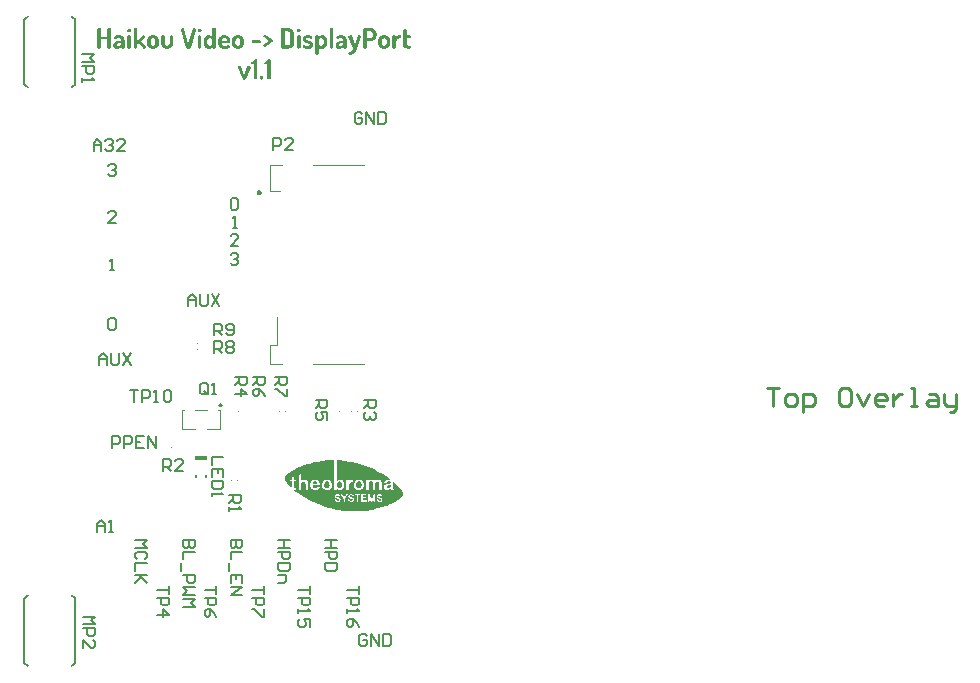
<source format=gto>
G04 Layer_Color=65535*
%FSLAX44Y44*%
%MOMM*%
G71*
G01*
G75*
%ADD20C,0.1500*%
%ADD22C,0.2000*%
%ADD25C,0.2540*%
%ADD30C,0.1000*%
%ADD31R,1.0000X0.3000*%
G36*
X100490Y304088D02*
X100823Y304005D01*
X101184Y303838D01*
X101212D01*
X101267Y303783D01*
X101406Y303672D01*
X101573Y303450D01*
X101600Y303311D01*
X101628Y303144D01*
Y293816D01*
Y293788D01*
Y293761D01*
X101573Y293594D01*
X101517Y293483D01*
X101434Y293372D01*
X101323Y293261D01*
X101184Y293150D01*
X101156D01*
X101101Y293094D01*
X101017Y293067D01*
X100878Y293011D01*
X100712Y292955D01*
X100545Y292900D01*
X100323Y292872D01*
X100101Y292845D01*
X99990D01*
X99879Y292872D01*
X99712D01*
X99352Y292983D01*
X99157Y293039D01*
X98991Y293150D01*
X98963Y293178D01*
X98935Y293205D01*
X98796Y293344D01*
X98630Y293566D01*
X98602Y293677D01*
X98574Y293816D01*
Y303144D01*
Y303172D01*
Y303228D01*
X98630Y303394D01*
X98685Y303505D01*
X98741Y303616D01*
X98852Y303727D01*
X98991Y303838D01*
X99018D01*
X99074Y303894D01*
X99157Y303922D01*
X99296Y303977D01*
X99463Y304033D01*
X99657Y304060D01*
X100101Y304116D01*
X100323D01*
X100490Y304088D01*
D02*
G37*
G36*
X160206D02*
X160539Y304005D01*
X160900Y303838D01*
X160928D01*
X160984Y303783D01*
X161122Y303672D01*
X161289Y303450D01*
X161317Y303311D01*
X161345Y303144D01*
Y293816D01*
Y293788D01*
Y293761D01*
X161289Y293594D01*
X161234Y293483D01*
X161150Y293372D01*
X161039Y293261D01*
X160900Y293150D01*
X160873D01*
X160817Y293094D01*
X160734Y293067D01*
X160595Y293011D01*
X160428Y292955D01*
X160262Y292900D01*
X160040Y292872D01*
X159818Y292845D01*
X159706D01*
X159595Y292872D01*
X159429D01*
X159068Y292983D01*
X158874Y293039D01*
X158707Y293150D01*
X158679Y293178D01*
X158652Y293205D01*
X158513Y293344D01*
X158346Y293566D01*
X158318Y293677D01*
X158291Y293816D01*
Y303144D01*
Y303172D01*
Y303228D01*
X158346Y303394D01*
X158402Y303505D01*
X158457Y303616D01*
X158568Y303727D01*
X158707Y303838D01*
X158735D01*
X158790Y303894D01*
X158874Y303922D01*
X159012Y303977D01*
X159179Y304033D01*
X159373Y304060D01*
X159818Y304116D01*
X160040D01*
X160206Y304088D01*
D02*
G37*
G36*
X91689Y304227D02*
X92022Y304199D01*
X92383Y304144D01*
X92772Y304088D01*
X93160Y303977D01*
X93549Y303838D01*
X93605Y303811D01*
X93716Y303755D01*
X93882Y303672D01*
X94104Y303561D01*
X94354Y303422D01*
X94632Y303255D01*
X94882Y303033D01*
X95132Y302811D01*
X95159Y302783D01*
X95243Y302700D01*
X95354Y302561D01*
X95493Y302395D01*
X95631Y302173D01*
X95770Y301923D01*
X95909Y301645D01*
X96020Y301340D01*
Y301312D01*
X96076Y301201D01*
X96103Y301034D01*
X96159Y300812D01*
X96214Y300562D01*
X96242Y300257D01*
X96298Y299618D01*
Y293816D01*
Y293788D01*
Y293761D01*
X96242Y293566D01*
X96187Y293455D01*
X96131Y293344D01*
X96020Y293233D01*
X95881Y293122D01*
X95854D01*
X95798Y293067D01*
X95715Y293039D01*
X95604Y292983D01*
X95437Y292928D01*
X95271Y292900D01*
X94826Y292845D01*
X94715D01*
X94604Y292872D01*
X94465D01*
X94160Y292955D01*
X93827Y293122D01*
X93799D01*
X93771Y293178D01*
X93632Y293316D01*
X93494Y293511D01*
X93466Y293650D01*
X93438Y293788D01*
Y294455D01*
X93410Y294427D01*
X93327Y294344D01*
X93188Y294205D01*
X93022Y294038D01*
X92800Y293816D01*
X92550Y293622D01*
X92244Y293400D01*
X91939Y293178D01*
X91911Y293150D01*
X91772Y293094D01*
X91606Y293011D01*
X91356Y292900D01*
X91051Y292789D01*
X90690Y292706D01*
X90273Y292650D01*
X89829Y292622D01*
X89607D01*
X89440Y292650D01*
X89052Y292706D01*
X88635Y292817D01*
X88608D01*
X88552Y292845D01*
X88441Y292900D01*
X88302Y292955D01*
X87997Y293122D01*
X87664Y293372D01*
X87636Y293400D01*
X87608Y293455D01*
X87525Y293538D01*
X87414Y293650D01*
X87219Y293955D01*
X86997Y294344D01*
Y294371D01*
X86970Y294455D01*
X86914Y294594D01*
X86886Y294760D01*
X86831Y294954D01*
X86775Y295204D01*
X86748Y295482D01*
Y295760D01*
Y295815D01*
Y295926D01*
X86775Y296120D01*
X86803Y296370D01*
X86831Y296620D01*
X86914Y296898D01*
X86997Y297203D01*
X87136Y297453D01*
X87164Y297481D01*
X87219Y297564D01*
X87303Y297675D01*
X87442Y297842D01*
X87608Y298008D01*
X87802Y298175D01*
X88025Y298341D01*
X88274Y298508D01*
X88302Y298536D01*
X88413Y298563D01*
X88552Y298647D01*
X88774Y298730D01*
X89024Y298841D01*
X89329Y298924D01*
X89663Y299008D01*
X90023Y299091D01*
X90079D01*
X90218Y299119D01*
X90412Y299146D01*
X90690Y299174D01*
X91023Y299202D01*
X91412Y299230D01*
X91828Y299258D01*
X93244D01*
Y299563D01*
Y299591D01*
Y299618D01*
Y299785D01*
X93188Y300035D01*
X93133Y300312D01*
Y300340D01*
X93105Y300396D01*
X93049Y300562D01*
X92966Y300784D01*
X92800Y301034D01*
Y301062D01*
X92744Y301090D01*
X92633Y301201D01*
X92411Y301367D01*
X92133Y301534D01*
X92106D01*
X92078Y301562D01*
X91967Y301617D01*
X91856Y301645D01*
X91550Y301728D01*
X91162Y301756D01*
X90912D01*
X90773Y301728D01*
X90412Y301701D01*
X90051Y301617D01*
X90023D01*
X89996Y301590D01*
X89801Y301534D01*
X89579Y301479D01*
X89329Y301367D01*
X89274Y301340D01*
X89163Y301284D01*
X89024Y301201D01*
X88857Y301118D01*
X88830Y301090D01*
X88746Y301062D01*
X88608Y301034D01*
X88469Y301007D01*
X88385D01*
X88274Y301034D01*
X88163Y301062D01*
X88052Y301118D01*
X87914Y301229D01*
X87775Y301340D01*
X87664Y301506D01*
Y301534D01*
X87636Y301590D01*
X87580Y301701D01*
X87553Y301812D01*
X87442Y302145D01*
X87414Y302533D01*
Y302561D01*
Y302589D01*
X87469Y302756D01*
X87580Y302978D01*
X87664Y303089D01*
X87775Y303200D01*
X87802Y303228D01*
X87830Y303255D01*
X87914Y303311D01*
X88025Y303394D01*
X88302Y303588D01*
X88691Y303755D01*
X88719D01*
X88802Y303783D01*
X88913Y303838D01*
X89052Y303894D01*
X89246Y303949D01*
X89440Y304005D01*
X89912Y304116D01*
X89940D01*
X90023Y304144D01*
X90162Y304172D01*
X90329Y304199D01*
X90523D01*
X90745Y304227D01*
X91217Y304255D01*
X91439D01*
X91689Y304227D01*
D02*
G37*
G36*
X316424D02*
X316702Y304199D01*
X316979Y304172D01*
X317313Y304088D01*
X317673Y304005D01*
X318007Y303866D01*
X318062Y303838D01*
X318173Y303783D01*
X318340Y303699D01*
X318562Y303588D01*
X318839Y303450D01*
X319117Y303255D01*
X319395Y303061D01*
X319672Y302811D01*
X319700Y302783D01*
X319783Y302700D01*
X319922Y302561D01*
X320089Y302367D01*
X320255Y302145D01*
X320450Y301895D01*
X320616Y301590D01*
X320783Y301284D01*
X320811Y301256D01*
X320838Y301145D01*
X320922Y300951D01*
X321005Y300729D01*
X321060Y300451D01*
X321144Y300146D01*
X321171Y299785D01*
X321199Y299424D01*
Y297481D01*
Y297453D01*
Y297314D01*
X321171Y297148D01*
X321144Y296898D01*
X321088Y296620D01*
X321033Y296315D01*
X320922Y295982D01*
X320783Y295648D01*
X320755Y295621D01*
X320700Y295510D01*
X320616Y295343D01*
X320505Y295121D01*
X320339Y294871D01*
X320144Y294621D01*
X319922Y294344D01*
X319672Y294094D01*
X319645Y294066D01*
X319534Y293983D01*
X319395Y293872D01*
X319200Y293705D01*
X318951Y293538D01*
X318673Y293344D01*
X318340Y293178D01*
X318007Y293011D01*
X317979Y292983D01*
X317840Y292955D01*
X317673Y292900D01*
X317424Y292817D01*
X317118Y292733D01*
X316813Y292678D01*
X316452Y292650D01*
X316063Y292622D01*
X315897D01*
X315702Y292650D01*
X315425Y292678D01*
X315119Y292706D01*
X314786Y292789D01*
X314453Y292872D01*
X314092Y293011D01*
X314064Y293039D01*
X313926Y293094D01*
X313759Y293178D01*
X313537Y293289D01*
X313287Y293455D01*
X313009Y293622D01*
X312454Y294066D01*
X312426Y294094D01*
X312343Y294177D01*
X312204Y294316D01*
X312066Y294510D01*
X311871Y294732D01*
X311705Y295010D01*
X311510Y295287D01*
X311344Y295621D01*
X311316Y295648D01*
X311288Y295787D01*
X311205Y295954D01*
X311149Y296176D01*
X311066Y296454D01*
X310983Y296787D01*
X310955Y297120D01*
X310927Y297481D01*
Y299424D01*
Y299480D01*
Y299591D01*
X310955Y299757D01*
X310983Y300007D01*
X311010Y300285D01*
X311094Y300590D01*
X311177Y300896D01*
X311316Y301229D01*
X311344Y301256D01*
X311399Y301367D01*
X311483Y301534D01*
X311621Y301756D01*
X311760Y302006D01*
X311954Y302256D01*
X312176Y302533D01*
X312426Y302783D01*
X312454Y302811D01*
X312537Y302894D01*
X312704Y303005D01*
X312898Y303172D01*
X313120Y303339D01*
X313398Y303505D01*
X313731Y303672D01*
X314064Y303838D01*
X314120Y303866D01*
X314231Y303894D01*
X314425Y303977D01*
X314675Y304060D01*
X314981Y304116D01*
X315314Y304199D01*
X315675Y304227D01*
X316063Y304255D01*
X316230D01*
X316424Y304227D01*
D02*
G37*
G36*
X105931Y310668D02*
X106264Y310585D01*
X106625Y310418D01*
X106653D01*
X106708Y310362D01*
X106875Y310251D01*
X107014Y310029D01*
X107069Y309890D01*
X107097Y309724D01*
Y299674D01*
X111567Y303977D01*
X111622Y304005D01*
X111761Y304116D01*
X111956Y304199D01*
X112178Y304227D01*
X112233D01*
X112344Y304199D01*
X112483Y304172D01*
X112677Y304088D01*
X112733Y304060D01*
X112844Y304005D01*
X113011Y303866D01*
X113177Y303727D01*
X113205Y303699D01*
X113316Y303588D01*
X113427Y303422D01*
X113538Y303228D01*
X113566Y303172D01*
X113621Y303061D01*
X113649Y302894D01*
X113677Y302700D01*
Y302645D01*
X113649Y302506D01*
X113566Y302339D01*
X113399Y302117D01*
X110623Y299535D01*
X114093Y294621D01*
X114121Y294594D01*
X114177Y294482D01*
X114232Y294316D01*
X114260Y294121D01*
Y294066D01*
X114232Y293955D01*
X114204Y293788D01*
X114093Y293594D01*
X114066Y293566D01*
X113982Y293455D01*
X113843Y293289D01*
X113649Y293122D01*
X113594Y293094D01*
X113483Y293011D01*
X113316Y292900D01*
X113094Y292789D01*
X113038Y292761D01*
X112927Y292733D01*
X112733Y292678D01*
X112539Y292650D01*
X112455D01*
X112372Y292678D01*
X112261Y292706D01*
X112011Y292817D01*
X111872Y292900D01*
X111761Y293039D01*
X108569Y297675D01*
X107097Y296370D01*
Y293788D01*
Y293761D01*
Y293733D01*
X107042Y293566D01*
X106986Y293455D01*
X106903Y293344D01*
X106792Y293233D01*
X106625Y293122D01*
X106597D01*
X106542Y293067D01*
X106459Y293039D01*
X106320Y292983D01*
X106153Y292928D01*
X105987Y292900D01*
X105542Y292845D01*
X105431D01*
X105320Y292872D01*
X105154D01*
X104793Y292983D01*
X104626Y293039D01*
X104460Y293150D01*
X104432Y293178D01*
X104404Y293205D01*
X104265Y293344D01*
X104099Y293566D01*
X104071Y293677D01*
X104043Y293816D01*
Y309724D01*
Y309752D01*
Y309807D01*
X104099Y309974D01*
X104154Y310085D01*
X104210Y310196D01*
X104321Y310307D01*
X104460Y310418D01*
X104487D01*
X104543Y310473D01*
X104626Y310501D01*
X104765Y310557D01*
X104904Y310612D01*
X105098Y310640D01*
X105542Y310696D01*
X105765D01*
X105931Y310668D01*
D02*
G37*
G36*
X234720Y310168D02*
X234998D01*
X235331Y310113D01*
X235692Y310057D01*
X236080Y310002D01*
X236469Y309890D01*
X236525D01*
X236636Y309835D01*
X236830Y309752D01*
X237080Y309668D01*
X237357Y309530D01*
X237663Y309363D01*
X237968Y309169D01*
X238246Y308947D01*
X238274Y308919D01*
X238385Y308836D01*
X238523Y308697D01*
X238690Y308502D01*
X238884Y308253D01*
X239079Y307975D01*
X239273Y307642D01*
X239440Y307281D01*
X239467Y307225D01*
X239495Y307087D01*
X239578Y306864D01*
X239662Y306587D01*
X239717Y306226D01*
X239800Y305782D01*
X239828Y305282D01*
X239856Y304755D01*
Y298258D01*
Y298230D01*
Y298203D01*
Y298119D01*
Y298008D01*
X239828Y297731D01*
X239800Y297370D01*
X239745Y296981D01*
X239689Y296565D01*
X239578Y296148D01*
X239440Y295732D01*
X239412Y295676D01*
X239356Y295565D01*
X239273Y295371D01*
X239134Y295149D01*
X238968Y294871D01*
X238773Y294594D01*
X238523Y294316D01*
X238246Y294066D01*
X238218Y294038D01*
X238107Y293955D01*
X237968Y293844D01*
X237746Y293705D01*
X237496Y293566D01*
X237191Y293400D01*
X236830Y293261D01*
X236469Y293122D01*
X236413D01*
X236302Y293067D01*
X236080Y293039D01*
X235803Y292983D01*
X235497Y292928D01*
X235136Y292900D01*
X234720Y292845D01*
X229973D01*
X229862Y292872D01*
X229723D01*
X229417Y292955D01*
X229112Y293122D01*
X229084D01*
X229056Y293178D01*
X228946Y293316D01*
X228807Y293511D01*
X228779Y293650D01*
X228751Y293788D01*
Y309224D01*
Y309252D01*
Y309280D01*
X228807Y309446D01*
X228918Y309668D01*
X229001Y309779D01*
X229112Y309890D01*
X229140Y309918D01*
X229168Y309946D01*
X229251Y310002D01*
X229362Y310057D01*
X229501Y310113D01*
X229667Y310140D01*
X229862Y310196D01*
X234498D01*
X234720Y310168D01*
D02*
G37*
G36*
X304708D02*
X304986D01*
X305319Y310113D01*
X305652Y310057D01*
X306041Y310002D01*
X306402Y309890D01*
X306458D01*
X306569Y309835D01*
X306735Y309779D01*
X306985Y309668D01*
X307235Y309557D01*
X307540Y309391D01*
X307818Y309196D01*
X308095Y308974D01*
X308123Y308947D01*
X308207Y308863D01*
X308345Y308724D01*
X308512Y308530D01*
X308706Y308280D01*
X308901Y308003D01*
X309095Y307670D01*
X309261Y307309D01*
X309289Y307253D01*
X309317Y307114D01*
X309400Y306920D01*
X309484Y306614D01*
X309539Y306254D01*
X309622Y305837D01*
X309650Y305365D01*
X309678Y304838D01*
Y304699D01*
Y304671D01*
Y304643D01*
Y304560D01*
Y304449D01*
X309650Y304172D01*
X309622Y303838D01*
X309567Y303450D01*
X309484Y303033D01*
X309373Y302617D01*
X309234Y302200D01*
X309206Y302145D01*
X309151Y302034D01*
X309067Y301839D01*
X308928Y301617D01*
X308762Y301340D01*
X308568Y301062D01*
X308345Y300784D01*
X308068Y300535D01*
X308040Y300507D01*
X307929Y300424D01*
X307790Y300312D01*
X307568Y300174D01*
X307318Y300035D01*
X307013Y299868D01*
X306652Y299729D01*
X306291Y299591D01*
X306235D01*
X306124Y299535D01*
X305902Y299507D01*
X305625Y299452D01*
X305292Y299396D01*
X304931Y299369D01*
X304514Y299313D01*
X301460D01*
Y293816D01*
Y293788D01*
Y293733D01*
X301433Y293650D01*
X301405Y293538D01*
X301349Y293428D01*
X301238Y293289D01*
X301127Y293178D01*
X300961Y293067D01*
X300933D01*
X300877Y293039D01*
X300794Y293011D01*
X300655Y292955D01*
X300322Y292872D01*
X299906Y292845D01*
X299684D01*
X299545Y292872D01*
X299212Y292928D01*
X298851Y293067D01*
X298823D01*
X298767Y293122D01*
X298629Y293261D01*
X298462Y293483D01*
X298407Y293650D01*
X298379Y293816D01*
Y309224D01*
Y309252D01*
Y309280D01*
X298407Y309446D01*
X298517Y309668D01*
X298573Y309779D01*
X298684Y309890D01*
X298712Y309918D01*
X298740Y309946D01*
X298906Y310057D01*
X299184Y310140D01*
X299350Y310196D01*
X304486D01*
X304708Y310168D01*
D02*
G37*
G36*
X333942Y309113D02*
X334275Y309030D01*
X334636Y308863D01*
X334664D01*
X334719Y308808D01*
X334886Y308697D01*
X335053Y308475D01*
X335108Y308336D01*
X335136Y308169D01*
Y304116D01*
X337968D01*
X338134Y304060D01*
X338329Y303977D01*
X338412Y303866D01*
X338495Y303755D01*
Y303727D01*
X338523Y303699D01*
X338606Y303533D01*
X338662Y303283D01*
X338689Y303005D01*
Y302978D01*
Y302922D01*
Y302839D01*
X338662Y302756D01*
X338606Y302478D01*
X338495Y302228D01*
X338467Y302173D01*
X338356Y302062D01*
X338162Y301950D01*
X338051Y301923D01*
X337912Y301895D01*
X335136D01*
Y296676D01*
Y296648D01*
Y296565D01*
X335164Y296454D01*
Y296287D01*
X335247Y295982D01*
X335330Y295815D01*
X335414Y295704D01*
X335441D01*
X335469Y295648D01*
X335552Y295621D01*
X335636Y295565D01*
X335774Y295510D01*
X335969Y295482D01*
X336191Y295426D01*
X337496D01*
X337607Y295399D01*
X337746Y295371D01*
X337912Y295315D01*
X338079Y295260D01*
X338218Y295149D01*
X338356Y295010D01*
X338384Y294982D01*
X338412Y294927D01*
X338467Y294843D01*
X338523Y294732D01*
X338634Y294455D01*
X338689Y294288D01*
Y294121D01*
Y294094D01*
Y294038D01*
X338662Y293955D01*
Y293844D01*
X338551Y293538D01*
X338467Y293400D01*
X338356Y293233D01*
Y293205D01*
X338301Y293178D01*
X338218Y293122D01*
X338134Y293039D01*
X337995Y292955D01*
X337829Y292900D01*
X337607Y292872D01*
X337385Y292845D01*
X336246D01*
X336080Y292872D01*
X335913D01*
X335719Y292900D01*
X335219Y292955D01*
X334692Y293067D01*
X334164Y293233D01*
X333637Y293428D01*
X333165Y293733D01*
X333109Y293788D01*
X332998Y293899D01*
X332804Y294121D01*
X332609Y294455D01*
X332415Y294843D01*
X332221Y295371D01*
X332110Y295982D01*
X332054Y296676D01*
Y308169D01*
Y308197D01*
Y308253D01*
X332110Y308419D01*
X332165Y308530D01*
X332249Y308641D01*
X332360Y308752D01*
X332526Y308863D01*
X332554D01*
X332609Y308919D01*
X332721Y308947D01*
X332859Y309002D01*
X333192Y309085D01*
X333581Y309141D01*
X333803D01*
X333942Y309113D01*
D02*
G37*
G36*
X279945Y304227D02*
X280278Y304199D01*
X280639Y304144D01*
X281027Y304088D01*
X281416Y303977D01*
X281805Y303838D01*
X281860Y303811D01*
X281971Y303755D01*
X282138Y303672D01*
X282360Y303561D01*
X282610Y303422D01*
X282887Y303255D01*
X283137Y303033D01*
X283387Y302811D01*
X283415Y302783D01*
X283498Y302700D01*
X283609Y302561D01*
X283748Y302395D01*
X283887Y302173D01*
X284026Y301923D01*
X284165Y301645D01*
X284275Y301340D01*
Y301312D01*
X284331Y301201D01*
X284359Y301034D01*
X284414Y300812D01*
X284470Y300562D01*
X284498Y300257D01*
X284553Y299618D01*
Y293816D01*
Y293788D01*
Y293761D01*
X284498Y293566D01*
X284442Y293455D01*
X284387Y293344D01*
X284275Y293233D01*
X284137Y293122D01*
X284109D01*
X284053Y293067D01*
X283970Y293039D01*
X283859Y292983D01*
X283692Y292928D01*
X283526Y292900D01*
X283082Y292845D01*
X282971D01*
X282860Y292872D01*
X282721D01*
X282416Y292955D01*
X282082Y293122D01*
X282055D01*
X282027Y293178D01*
X281888Y293316D01*
X281749Y293511D01*
X281721Y293650D01*
X281694Y293788D01*
Y294455D01*
X281666Y294427D01*
X281583Y294344D01*
X281444Y294205D01*
X281277Y294038D01*
X281055Y293816D01*
X280805Y293622D01*
X280500Y293400D01*
X280194Y293178D01*
X280167Y293150D01*
X280028Y293094D01*
X279861Y293011D01*
X279611Y292900D01*
X279306Y292789D01*
X278945Y292706D01*
X278529Y292650D01*
X278085Y292622D01*
X277862D01*
X277696Y292650D01*
X277307Y292706D01*
X276891Y292817D01*
X276863D01*
X276807Y292845D01*
X276696Y292900D01*
X276558Y292955D01*
X276252Y293122D01*
X275919Y293372D01*
X275891Y293400D01*
X275864Y293455D01*
X275780Y293538D01*
X275669Y293650D01*
X275475Y293955D01*
X275253Y294344D01*
Y294371D01*
X275225Y294455D01*
X275170Y294594D01*
X275142Y294760D01*
X275086Y294954D01*
X275031Y295204D01*
X275003Y295482D01*
Y295760D01*
Y295815D01*
Y295926D01*
X275031Y296120D01*
X275058Y296370D01*
X275086Y296620D01*
X275170Y296898D01*
X275253Y297203D01*
X275392Y297453D01*
X275419Y297481D01*
X275475Y297564D01*
X275558Y297675D01*
X275697Y297842D01*
X275864Y298008D01*
X276058Y298175D01*
X276280Y298341D01*
X276530Y298508D01*
X276558Y298536D01*
X276669Y298563D01*
X276807Y298647D01*
X277030Y298730D01*
X277279Y298841D01*
X277585Y298924D01*
X277918Y299008D01*
X278279Y299091D01*
X278334D01*
X278473Y299119D01*
X278668Y299146D01*
X278945Y299174D01*
X279278Y299202D01*
X279667Y299230D01*
X280083Y299258D01*
X281499D01*
Y299563D01*
Y299591D01*
Y299618D01*
Y299785D01*
X281444Y300035D01*
X281388Y300312D01*
Y300340D01*
X281360Y300396D01*
X281305Y300562D01*
X281222Y300784D01*
X281055Y301034D01*
Y301062D01*
X281000Y301090D01*
X280889Y301201D01*
X280666Y301367D01*
X280389Y301534D01*
X280361D01*
X280333Y301562D01*
X280222Y301617D01*
X280111Y301645D01*
X279806Y301728D01*
X279417Y301756D01*
X279167D01*
X279028Y301728D01*
X278668Y301701D01*
X278307Y301617D01*
X278279D01*
X278251Y301590D01*
X278057Y301534D01*
X277835Y301479D01*
X277585Y301367D01*
X277529Y301340D01*
X277418Y301284D01*
X277279Y301201D01*
X277113Y301118D01*
X277085Y301090D01*
X277002Y301062D01*
X276863Y301034D01*
X276724Y301007D01*
X276641D01*
X276530Y301034D01*
X276419Y301062D01*
X276308Y301118D01*
X276169Y301229D01*
X276030Y301340D01*
X275919Y301506D01*
Y301534D01*
X275891Y301590D01*
X275836Y301701D01*
X275808Y301812D01*
X275697Y302145D01*
X275669Y302533D01*
Y302561D01*
Y302589D01*
X275725Y302756D01*
X275836Y302978D01*
X275919Y303089D01*
X276030Y303200D01*
X276058Y303228D01*
X276086Y303255D01*
X276169Y303311D01*
X276280Y303394D01*
X276558Y303588D01*
X276946Y303755D01*
X276974D01*
X277057Y303783D01*
X277168Y303838D01*
X277307Y303894D01*
X277502Y303949D01*
X277696Y304005D01*
X278168Y304116D01*
X278196D01*
X278279Y304144D01*
X278418Y304172D01*
X278584Y304199D01*
X278779D01*
X279001Y304227D01*
X279473Y304255D01*
X279695D01*
X279945Y304227D01*
D02*
G37*
G36*
X244159Y304088D02*
X244492Y304005D01*
X244853Y303838D01*
X244881D01*
X244937Y303783D01*
X245075Y303672D01*
X245242Y303450D01*
X245270Y303311D01*
X245297Y303144D01*
Y293816D01*
Y293788D01*
Y293761D01*
X245242Y293594D01*
X245186Y293483D01*
X245103Y293372D01*
X244992Y293261D01*
X244853Y293150D01*
X244825D01*
X244770Y293094D01*
X244687Y293067D01*
X244548Y293011D01*
X244381Y292955D01*
X244215Y292900D01*
X243993Y292872D01*
X243771Y292845D01*
X243659D01*
X243548Y292872D01*
X243382D01*
X243021Y292983D01*
X242827Y293039D01*
X242660Y293150D01*
X242632Y293178D01*
X242605Y293205D01*
X242466Y293344D01*
X242299Y293566D01*
X242271Y293677D01*
X242244Y293816D01*
Y303144D01*
Y303172D01*
Y303228D01*
X242299Y303394D01*
X242355Y303505D01*
X242410Y303616D01*
X242521Y303727D01*
X242660Y303838D01*
X242688D01*
X242743Y303894D01*
X242827Y303922D01*
X242965Y303977D01*
X243132Y304033D01*
X243326Y304060D01*
X243771Y304116D01*
X243993D01*
X244159Y304088D01*
D02*
G37*
G36*
X271921Y310668D02*
X272255Y310585D01*
X272615Y310418D01*
X272643D01*
X272699Y310362D01*
X272865Y310251D01*
X273004Y310029D01*
X273060Y309890D01*
X273087Y309724D01*
Y293816D01*
Y293788D01*
Y293761D01*
X273032Y293594D01*
X272976Y293483D01*
X272893Y293372D01*
X272782Y293261D01*
X272615Y293150D01*
X272588D01*
X272532Y293094D01*
X272449Y293067D01*
X272310Y293011D01*
X272171Y292955D01*
X271977Y292900D01*
X271782Y292872D01*
X271560Y292845D01*
X271449D01*
X271311Y292872D01*
X271172D01*
X270811Y292983D01*
X270616Y293039D01*
X270450Y293150D01*
X270422Y293178D01*
X270394Y293205D01*
X270256Y293344D01*
X270089Y293566D01*
X270061Y293677D01*
X270033Y293816D01*
Y309724D01*
Y309752D01*
Y309807D01*
X270089Y309974D01*
X270145Y310085D01*
X270200Y310196D01*
X270311Y310307D01*
X270450Y310418D01*
X270478D01*
X270533Y310473D01*
X270616Y310501D01*
X270755Y310557D01*
X270894Y310612D01*
X271089Y310640D01*
X271311Y310696D01*
X271782D01*
X271921Y310668D01*
D02*
G37*
G36*
X192605Y304227D02*
X192882Y304199D01*
X193160Y304172D01*
X193493Y304088D01*
X193854Y304005D01*
X194187Y303866D01*
X194243Y303838D01*
X194354Y303783D01*
X194520Y303699D01*
X194742Y303588D01*
X195020Y303450D01*
X195298Y303255D01*
X195575Y303061D01*
X195853Y302811D01*
X195881Y302783D01*
X195964Y302700D01*
X196103Y302561D01*
X196269Y302367D01*
X196436Y302145D01*
X196630Y301895D01*
X196797Y301590D01*
X196963Y301284D01*
X196991Y301256D01*
X197019Y301145D01*
X197102Y300951D01*
X197185Y300729D01*
X197241Y300451D01*
X197324Y300146D01*
X197352Y299785D01*
X197380Y299424D01*
Y297481D01*
Y297453D01*
Y297314D01*
X197352Y297148D01*
X197324Y296898D01*
X197269Y296620D01*
X197213Y296315D01*
X197102Y295982D01*
X196963Y295648D01*
X196936Y295621D01*
X196880Y295510D01*
X196797Y295343D01*
X196686Y295121D01*
X196519Y294871D01*
X196325Y294621D01*
X196103Y294344D01*
X195853Y294094D01*
X195825Y294066D01*
X195714Y293983D01*
X195575Y293872D01*
X195381Y293705D01*
X195131Y293538D01*
X194853Y293344D01*
X194520Y293178D01*
X194187Y293011D01*
X194159Y292983D01*
X194021Y292955D01*
X193854Y292900D01*
X193604Y292817D01*
X193299Y292733D01*
X192993Y292678D01*
X192633Y292650D01*
X192244Y292622D01*
X192077D01*
X191883Y292650D01*
X191605Y292678D01*
X191300Y292706D01*
X190967Y292789D01*
X190634Y292872D01*
X190273Y293011D01*
X190245Y293039D01*
X190106Y293094D01*
X189940Y293178D01*
X189718Y293289D01*
X189468Y293455D01*
X189190Y293622D01*
X188635Y294066D01*
X188607Y294094D01*
X188524Y294177D01*
X188385Y294316D01*
X188246Y294510D01*
X188052Y294732D01*
X187885Y295010D01*
X187691Y295287D01*
X187524Y295621D01*
X187496Y295648D01*
X187469Y295787D01*
X187386Y295954D01*
X187330Y296176D01*
X187247Y296454D01*
X187163Y296787D01*
X187136Y297120D01*
X187108Y297481D01*
Y299424D01*
Y299480D01*
Y299591D01*
X187136Y299757D01*
X187163Y300007D01*
X187191Y300285D01*
X187274Y300590D01*
X187358Y300896D01*
X187496Y301229D01*
X187524Y301256D01*
X187580Y301367D01*
X187663Y301534D01*
X187802Y301756D01*
X187941Y302006D01*
X188135Y302256D01*
X188357Y302533D01*
X188607Y302783D01*
X188635Y302811D01*
X188718Y302894D01*
X188885Y303005D01*
X189079Y303172D01*
X189301Y303339D01*
X189579Y303505D01*
X189912Y303672D01*
X190245Y303838D01*
X190301Y303866D01*
X190411Y303894D01*
X190606Y303977D01*
X190856Y304060D01*
X191161Y304116D01*
X191494Y304199D01*
X191855Y304227D01*
X192244Y304255D01*
X192410D01*
X192605Y304227D01*
D02*
G37*
G36*
X210519Y172804D02*
X210704Y172758D01*
X211213Y172573D01*
X211490Y172434D01*
X211722Y172202D01*
X211768Y172156D01*
X211814Y172110D01*
X211907Y171971D01*
X212046Y171786D01*
X212277Y171277D01*
X212323Y170999D01*
X212370Y170675D01*
Y170629D01*
Y170536D01*
X212323Y170351D01*
X212277Y170120D01*
X212092Y169611D01*
X211953Y169379D01*
X211722Y169102D01*
X211676Y169055D01*
X211583Y169009D01*
X211490Y168916D01*
X211305Y168824D01*
X210796Y168593D01*
X210519Y168546D01*
X210195Y168500D01*
X210056D01*
X209871Y168546D01*
X209686Y168593D01*
X209177Y168778D01*
X208899Y168916D01*
X208668Y169102D01*
X208621Y169148D01*
X208575Y169240D01*
X208482Y169379D01*
X208344Y169564D01*
X208112Y170027D01*
X208066Y170351D01*
X208020Y170675D01*
Y170721D01*
Y170814D01*
X208066Y170999D01*
X208112Y171184D01*
X208297Y171693D01*
X208436Y171971D01*
X208668Y172202D01*
X208714Y172249D01*
X208760Y172295D01*
X208899Y172387D01*
X209084Y172526D01*
X209593Y172758D01*
X209871Y172804D01*
X210195Y172850D01*
X210333D01*
X210519Y172804D01*
D02*
G37*
G36*
X177815Y-7556D02*
X177963Y-7593D01*
X178370Y-7741D01*
X178592Y-7852D01*
X178778Y-8037D01*
X178815Y-8074D01*
X178852Y-8111D01*
X178926Y-8223D01*
X179037Y-8371D01*
X179222Y-8778D01*
X179259Y-9000D01*
X179296Y-9259D01*
Y-9297D01*
Y-9370D01*
X179259Y-9519D01*
X179222Y-9704D01*
X179074Y-10111D01*
X178963Y-10296D01*
X178778Y-10519D01*
X178741Y-10556D01*
X178667Y-10593D01*
X178592Y-10667D01*
X178444Y-10741D01*
X178037Y-10926D01*
X177815Y-10963D01*
X177556Y-11000D01*
X177444D01*
X177296Y-10963D01*
X177148Y-10926D01*
X176741Y-10778D01*
X176519Y-10667D01*
X176334Y-10519D01*
X176297Y-10481D01*
X176259Y-10408D01*
X176185Y-10296D01*
X176074Y-10148D01*
X175889Y-9778D01*
X175852Y-9519D01*
X175815Y-9259D01*
Y-9222D01*
Y-9148D01*
X175852Y-9000D01*
X175889Y-8852D01*
X176037Y-8445D01*
X176148Y-8223D01*
X176334Y-8037D01*
X176371Y-8000D01*
X176408Y-7963D01*
X176519Y-7889D01*
X176667Y-7778D01*
X177074Y-7593D01*
X177296Y-7556D01*
X177556Y-7519D01*
X177667D01*
X177815Y-7556D01*
D02*
G37*
G36*
X279032Y-73725D02*
X279217Y-73910D01*
X279588Y-74188D01*
X279865Y-74651D01*
X280051Y-75299D01*
X280236Y-75947D01*
X280328Y-76873D01*
Y-76965D01*
X280236Y-77243D01*
X280051Y-77613D01*
X279865Y-78076D01*
X279495Y-78539D01*
X279125Y-78910D01*
X278569Y-79187D01*
X277921Y-79280D01*
X277829D01*
X277643Y-79187D01*
X277273Y-79002D01*
X276995Y-78724D01*
X276625Y-78354D01*
X276255Y-77799D01*
X276070Y-77150D01*
X275977Y-76410D01*
Y-76317D01*
Y-76132D01*
X276070Y-75762D01*
X276162Y-75391D01*
X276347Y-74928D01*
X276625Y-74373D01*
X276995Y-73910D01*
X277458Y-73540D01*
X278847D01*
X279032Y-73725D01*
D02*
G37*
G36*
X277829Y-55764D02*
X278384D01*
X279125Y-55856D01*
X279958D01*
X280884Y-55949D01*
X281902Y-56134D01*
X284124Y-56412D01*
X286716Y-56875D01*
X289587Y-57430D01*
X292642Y-58264D01*
X295975Y-59189D01*
X299586Y-60300D01*
X303289Y-61689D01*
X307085Y-63356D01*
X311066Y-65300D01*
X315140Y-67522D01*
X319213Y-70022D01*
X321620Y-72058D01*
X318843D01*
X318380Y-72151D01*
X317824Y-72336D01*
X317269Y-72706D01*
X316806Y-73169D01*
X316343Y-73817D01*
X316065Y-74651D01*
X318380D01*
Y-74465D01*
X318472Y-74095D01*
X318750Y-73725D01*
X319213Y-73355D01*
X320880D01*
X320972Y-73447D01*
X321250Y-73725D01*
X321620Y-74280D01*
Y-74928D01*
X321528Y-75021D01*
X321343Y-75114D01*
X321065Y-75299D01*
X320509Y-75484D01*
X319676Y-75669D01*
X319121Y-75854D01*
X318472Y-75947D01*
X317732Y-76039D01*
X316899Y-76225D01*
X316713Y-76410D01*
X316343Y-76873D01*
X315973Y-77521D01*
X315880Y-77891D01*
X315788Y-78261D01*
Y-78447D01*
Y-78539D01*
X315880Y-78817D01*
X315973Y-79187D01*
X316158Y-79650D01*
X316528Y-80113D01*
X317084Y-80483D01*
X317824Y-80761D01*
X318843Y-80854D01*
X319121D01*
X319398Y-80761D01*
X319676Y-80669D01*
X320602Y-80391D01*
X321065Y-80113D01*
X321620Y-79743D01*
Y-79835D01*
X321713Y-80021D01*
X321805Y-80298D01*
Y-80669D01*
X324027D01*
X323750Y-79095D01*
Y-73817D01*
X323842Y-73910D01*
X324120Y-74095D01*
X324490Y-74465D01*
X325046Y-74928D01*
X325694Y-75484D01*
X326435Y-76132D01*
X327916Y-77613D01*
X329490Y-79280D01*
X330138Y-80206D01*
X330786Y-81039D01*
X331342Y-81872D01*
X331712Y-82705D01*
X331990Y-83446D01*
X332082Y-84187D01*
Y-84650D01*
Y-84835D01*
X331897Y-85298D01*
X331712Y-85668D01*
X331342Y-86038D01*
X330971Y-86594D01*
X330416Y-87149D01*
X329768Y-87797D01*
X328842Y-88446D01*
X327823Y-89279D01*
X326527Y-90112D01*
X324953Y-90945D01*
X323194Y-91964D01*
X321157Y-92889D01*
X318843Y-94001D01*
X318658Y-94093D01*
X318195Y-94186D01*
X317454Y-94463D01*
X316436Y-94741D01*
X315232Y-95112D01*
X313751Y-95574D01*
X312084Y-96037D01*
X310233Y-96500D01*
X308288Y-96963D01*
X306159Y-97426D01*
X304030Y-97796D01*
X301715Y-98259D01*
X296993Y-98815D01*
X294586Y-98907D01*
X292179Y-99000D01*
X286809D01*
X286254Y-98907D01*
X285513D01*
X284772Y-98815D01*
X283846Y-98722D01*
X282828Y-98630D01*
X281717Y-98444D01*
X280513Y-98352D01*
X279217Y-98074D01*
X276440Y-97611D01*
X273292Y-96871D01*
X269866Y-96037D01*
X266256Y-94926D01*
X262367Y-93538D01*
X258386Y-91964D01*
X254220Y-90020D01*
X249961Y-87797D01*
X245610Y-85205D01*
X243480Y-83724D01*
X241258Y-82242D01*
X239777Y-80669D01*
X241721D01*
Y-79095D01*
X241444D01*
X240888Y-79002D01*
X240240Y-78817D01*
X240055Y-78632D01*
X239962Y-78447D01*
Y-73540D01*
X241721D01*
Y-72243D01*
X240333D01*
X240240Y-72151D01*
X240055Y-72058D01*
X239962Y-71781D01*
Y-68262D01*
X239869Y-68355D01*
X239684Y-68448D01*
X239036Y-68910D01*
X238296Y-69466D01*
X238018Y-69559D01*
X237833Y-69651D01*
Y-71781D01*
Y-71873D01*
X237740Y-71966D01*
X237648Y-72151D01*
X237370Y-72243D01*
X236259D01*
Y-73540D01*
X237833D01*
Y-78910D01*
X237740Y-78817D01*
X237648Y-78724D01*
X237370Y-78447D01*
X236999Y-78169D01*
X236166Y-77336D01*
X235148Y-76225D01*
X234129Y-74928D01*
X233204Y-73632D01*
X232463Y-72243D01*
X232185Y-71595D01*
X232000Y-70947D01*
Y-70022D01*
Y-69836D01*
X232185Y-69373D01*
X232463Y-69003D01*
X232741Y-68540D01*
X233204Y-68077D01*
X233852Y-67522D01*
X234592Y-66874D01*
X235518Y-66133D01*
X236722Y-65300D01*
X238111Y-64467D01*
X239777Y-63541D01*
X241721Y-62522D01*
X243943Y-61411D01*
X246443Y-60300D01*
X246628Y-60208D01*
X247091Y-60115D01*
X247832Y-59837D01*
X248850Y-59560D01*
X250054Y-59189D01*
X251535Y-58819D01*
X253202Y-58449D01*
X254961Y-57986D01*
X256812Y-57523D01*
X258849Y-57153D01*
X263108Y-56412D01*
X267367Y-55856D01*
X269589Y-55764D01*
X271625Y-55671D01*
X273755D01*
Y-80669D01*
X275977D01*
Y-79558D01*
X276070Y-79650D01*
X276162Y-79743D01*
X276440Y-79928D01*
X276810Y-80206D01*
X277829Y-80669D01*
X278477Y-80761D01*
X279125Y-80854D01*
X279217D01*
X279495Y-80761D01*
X279958Y-80669D01*
X280513Y-80391D01*
X281069Y-79835D01*
X281625Y-79187D01*
X282087Y-78169D01*
X282273Y-77613D01*
X282458Y-76873D01*
Y-75762D01*
Y-75577D01*
X282365Y-75206D01*
X282087Y-74558D01*
X281810Y-73910D01*
X281439Y-73262D01*
X280884Y-72614D01*
X280236Y-72243D01*
X279403Y-72058D01*
X278106D01*
X277643Y-72151D01*
X276995Y-72521D01*
X276625Y-72706D01*
X276162Y-73077D01*
X275977D01*
Y-55671D01*
X277273D01*
X277829Y-55764D01*
D02*
G37*
G36*
X321620Y-77521D02*
Y-77613D01*
Y-77799D01*
X321528Y-78076D01*
X321343Y-78447D01*
X321065Y-78817D01*
X320695Y-79095D01*
X320232Y-79372D01*
X319491Y-79558D01*
X319398D01*
X319306Y-79465D01*
X318750Y-79187D01*
X318287Y-78817D01*
X318102Y-78539D01*
X318010Y-78261D01*
Y-78169D01*
X318102Y-78076D01*
X318195Y-77799D01*
X318472Y-77521D01*
X318935Y-77243D01*
X319491Y-76965D01*
X320417Y-76687D01*
X321620Y-76410D01*
Y-77521D01*
D02*
G37*
G36*
X212552Y269802D02*
X212691Y269774D01*
X212885Y269719D01*
X213052Y269608D01*
X213246Y269496D01*
X213440Y269330D01*
X213468Y269302D01*
X213524Y269247D01*
X213579Y269136D01*
X213690Y269025D01*
X213773Y268858D01*
X213829Y268664D01*
X213885Y268442D01*
X213912Y268219D01*
Y268192D01*
Y268108D01*
X213885Y267997D01*
X213857Y267831D01*
X213801Y267636D01*
X213718Y267470D01*
X213607Y267276D01*
X213440Y267081D01*
X213412Y267053D01*
X213357Y266998D01*
X213246Y266942D01*
X213135Y266859D01*
X212968Y266748D01*
X212774Y266693D01*
X212552Y266637D01*
X212302Y266609D01*
X212191D01*
X212080Y266637D01*
X211913Y266665D01*
X211719Y266720D01*
X211552Y266803D01*
X211358Y266915D01*
X211164Y267081D01*
X211136Y267109D01*
X211080Y267164D01*
X211025Y267276D01*
X210942Y267414D01*
X210831Y267581D01*
X210775Y267775D01*
X210720Y267969D01*
X210692Y268219D01*
Y268247D01*
Y268330D01*
X210720Y268442D01*
X210747Y268608D01*
X210803Y268775D01*
X210886Y268969D01*
X210997Y269136D01*
X211164Y269330D01*
X211192Y269358D01*
X211247Y269413D01*
X211358Y269496D01*
X211497Y269580D01*
X211663Y269663D01*
X211858Y269746D01*
X212052Y269802D01*
X212302Y269830D01*
X212413D01*
X212552Y269802D01*
D02*
G37*
G36*
X120756Y304227D02*
X121034Y304199D01*
X121311Y304172D01*
X121645Y304088D01*
X122006Y304005D01*
X122339Y303866D01*
X122394Y303838D01*
X122505Y303783D01*
X122672Y303699D01*
X122894Y303588D01*
X123172Y303450D01*
X123449Y303255D01*
X123727Y303061D01*
X124004Y302811D01*
X124032Y302783D01*
X124115Y302700D01*
X124254Y302561D01*
X124421Y302367D01*
X124587Y302145D01*
X124782Y301895D01*
X124948Y301590D01*
X125115Y301284D01*
X125143Y301256D01*
X125170Y301145D01*
X125254Y300951D01*
X125337Y300729D01*
X125393Y300451D01*
X125476Y300146D01*
X125504Y299785D01*
X125531Y299424D01*
Y297481D01*
Y297453D01*
Y297314D01*
X125504Y297148D01*
X125476Y296898D01*
X125420Y296620D01*
X125365Y296315D01*
X125254Y295982D01*
X125115Y295648D01*
X125087Y295621D01*
X125032Y295510D01*
X124948Y295343D01*
X124837Y295121D01*
X124671Y294871D01*
X124476Y294621D01*
X124254Y294344D01*
X124004Y294094D01*
X123977Y294066D01*
X123865Y293983D01*
X123727Y293872D01*
X123532Y293705D01*
X123282Y293538D01*
X123005Y293344D01*
X122672Y293178D01*
X122339Y293011D01*
X122311Y292983D01*
X122172Y292955D01*
X122006Y292900D01*
X121756Y292817D01*
X121450Y292733D01*
X121145Y292678D01*
X120784Y292650D01*
X120395Y292622D01*
X120229D01*
X120034Y292650D01*
X119757Y292678D01*
X119451Y292706D01*
X119118Y292789D01*
X118785Y292872D01*
X118424Y293011D01*
X118396Y293039D01*
X118258Y293094D01*
X118091Y293178D01*
X117869Y293289D01*
X117619Y293455D01*
X117341Y293622D01*
X116786Y294066D01*
X116758Y294094D01*
X116675Y294177D01*
X116536Y294316D01*
X116397Y294510D01*
X116203Y294732D01*
X116037Y295010D01*
X115842Y295287D01*
X115676Y295621D01*
X115648Y295648D01*
X115620Y295787D01*
X115537Y295954D01*
X115481Y296176D01*
X115398Y296454D01*
X115315Y296787D01*
X115287Y297120D01*
X115259Y297481D01*
Y299424D01*
Y299480D01*
Y299591D01*
X115287Y299757D01*
X115315Y300007D01*
X115343Y300285D01*
X115426Y300590D01*
X115509Y300896D01*
X115648Y301229D01*
X115676Y301256D01*
X115731Y301367D01*
X115815Y301534D01*
X115953Y301756D01*
X116092Y302006D01*
X116286Y302256D01*
X116509Y302533D01*
X116758Y302783D01*
X116786Y302811D01*
X116869Y302894D01*
X117036Y303005D01*
X117230Y303172D01*
X117452Y303339D01*
X117730Y303505D01*
X118063Y303672D01*
X118396Y303838D01*
X118452Y303866D01*
X118563Y303894D01*
X118757Y303977D01*
X119007Y304060D01*
X119312Y304116D01*
X119646Y304199D01*
X120007Y304227D01*
X120395Y304255D01*
X120562D01*
X120756Y304227D01*
D02*
G37*
G36*
X181194D02*
X181444D01*
X181722Y304172D01*
X182027Y304116D01*
X182360Y304033D01*
X182694Y303922D01*
X182721Y303894D01*
X182833Y303866D01*
X182999Y303783D01*
X183221Y303672D01*
X183471Y303561D01*
X183721Y303394D01*
X184248Y303005D01*
X184276Y302978D01*
X184359Y302894D01*
X184498Y302783D01*
X184637Y302617D01*
X184831Y302395D01*
X184998Y302173D01*
X185165Y301895D01*
X185331Y301590D01*
X185359Y301562D01*
X185387Y301451D01*
X185442Y301284D01*
X185525Y301062D01*
X185609Y300784D01*
X185664Y300479D01*
X185692Y300146D01*
X185720Y299785D01*
Y299757D01*
Y299646D01*
Y299507D01*
X185692Y299341D01*
X185636Y298952D01*
X185581Y298758D01*
X185525Y298563D01*
Y298536D01*
X185498Y298508D01*
X185387Y298341D01*
X185220Y298119D01*
X184998Y297953D01*
X184942Y297925D01*
X184804Y297842D01*
X184582Y297758D01*
X184304Y297703D01*
X184054D01*
X183804Y297675D01*
X178696D01*
Y297314D01*
Y297259D01*
Y297148D01*
X178724Y296953D01*
X178779Y296703D01*
X178890Y296454D01*
X179001Y296176D01*
X179196Y295898D01*
X179445Y295648D01*
X179473Y295621D01*
X179584Y295565D01*
X179751Y295454D01*
X180001Y295343D01*
X180278Y295232D01*
X180639Y295121D01*
X181028Y295065D01*
X181472Y295038D01*
X181666D01*
X181805Y295065D01*
X182138Y295093D01*
X182472Y295177D01*
X182499D01*
X182555Y295204D01*
X182638Y295232D01*
X182749Y295260D01*
X182999Y295371D01*
X183249Y295482D01*
X183277D01*
X183304Y295510D01*
X183443Y295593D01*
X183638Y295676D01*
X183860Y295787D01*
X183915Y295815D01*
X184026Y295871D01*
X184193Y295898D01*
X184387Y295926D01*
X184443D01*
X184554Y295898D01*
X184692Y295871D01*
X184859Y295787D01*
X184887Y295760D01*
X184998Y295704D01*
X185109Y295565D01*
X185220Y295426D01*
X185248Y295399D01*
X185303Y295287D01*
X185387Y295121D01*
X185470Y294954D01*
X185498Y294927D01*
X185525Y294816D01*
X185553Y294704D01*
Y294566D01*
Y294510D01*
X185525Y294371D01*
X185414Y294177D01*
X185359Y294038D01*
X185248Y293927D01*
Y293899D01*
X185192Y293872D01*
X185026Y293733D01*
X184748Y293511D01*
X184387Y293289D01*
X184359D01*
X184304Y293233D01*
X184193Y293178D01*
X184026Y293122D01*
X183832Y293039D01*
X183610Y292955D01*
X183360Y292872D01*
X183082Y292817D01*
X183055D01*
X182943Y292789D01*
X182805Y292761D01*
X182583Y292733D01*
X182333Y292678D01*
X182055Y292650D01*
X181722Y292622D01*
X181167D01*
X180917Y292650D01*
X180611Y292678D01*
X180251Y292706D01*
X179862Y292761D01*
X179473Y292845D01*
X179057Y292955D01*
X179001Y292983D01*
X178890Y293011D01*
X178696Y293094D01*
X178446Y293205D01*
X178141Y293344D01*
X177863Y293511D01*
X177558Y293705D01*
X177252Y293927D01*
X177225Y293955D01*
X177141Y294038D01*
X177002Y294177D01*
X176836Y294371D01*
X176642Y294594D01*
X176447Y294843D01*
X176225Y295121D01*
X176059Y295454D01*
X176031Y295510D01*
X176003Y295621D01*
X175920Y295815D01*
X175864Y296065D01*
X175781Y296343D01*
X175698Y296703D01*
X175670Y297064D01*
X175642Y297481D01*
Y299480D01*
Y299535D01*
Y299646D01*
X175670Y299841D01*
X175698Y300063D01*
X175725Y300368D01*
X175809Y300673D01*
X175892Y300979D01*
X176031Y301312D01*
X176059Y301340D01*
X176114Y301451D01*
X176197Y301617D01*
X176336Y301812D01*
X176475Y302062D01*
X176669Y302311D01*
X176891Y302561D01*
X177141Y302811D01*
X177169Y302839D01*
X177252Y302922D01*
X177419Y303033D01*
X177613Y303200D01*
X177835Y303366D01*
X178113Y303533D01*
X178446Y303699D01*
X178779Y303866D01*
X178835Y303894D01*
X178946Y303922D01*
X179140Y303977D01*
X179390Y304060D01*
X179695Y304144D01*
X180056Y304199D01*
X180445Y304227D01*
X180834Y304255D01*
X181000D01*
X181194Y304227D01*
D02*
G37*
G36*
X201364Y278103D02*
X201614Y278047D01*
X201641D01*
X201669Y278020D01*
X201836Y277964D01*
X202058Y277881D01*
X202280Y277742D01*
X202308D01*
X202335Y277714D01*
X202474Y277631D01*
X202668Y277492D01*
X202835Y277325D01*
X202863Y277298D01*
X202946Y277187D01*
X203029Y277020D01*
X203057Y276826D01*
Y276798D01*
Y276687D01*
X203029Y276548D01*
X202974Y276409D01*
X198921Y267026D01*
X198893Y266970D01*
X198810Y266887D01*
X198615Y266748D01*
X198365Y266637D01*
X198338D01*
X198310Y266609D01*
X198227Y266581D01*
X198116D01*
X197838Y266526D01*
X197505Y266498D01*
X197338D01*
X197227Y266526D01*
X196950Y266554D01*
X196644Y266637D01*
X196616D01*
X196589Y266665D01*
X196450Y266720D01*
X196283Y266859D01*
X196144Y267026D01*
X192063Y276409D01*
Y276437D01*
X192036Y276465D01*
X191980Y276604D01*
Y276631D01*
Y276687D01*
X191952Y276853D01*
Y276909D01*
X191980Y277020D01*
X192036Y277159D01*
X192147Y277325D01*
X192174Y277381D01*
X192285Y277464D01*
X192452Y277603D01*
X192674Y277742D01*
X192702D01*
X192730Y277770D01*
X192868Y277853D01*
X193091Y277964D01*
X193340Y278047D01*
X193368D01*
X193396Y278075D01*
X193563Y278103D01*
X193757Y278130D01*
X193979Y278158D01*
X194035D01*
X194173Y278130D01*
X194340Y278103D01*
X194506Y278020D01*
X194562Y277992D01*
X194645Y277908D01*
X194784Y277797D01*
X194895Y277631D01*
X197505Y270746D01*
X200142Y277575D01*
Y277603D01*
X200198Y277659D01*
X200253Y277770D01*
X200336Y277881D01*
X200448Y277964D01*
X200614Y278075D01*
X200809Y278130D01*
X201031Y278158D01*
X201197D01*
X201364Y278103D01*
D02*
G37*
G36*
X207610Y284099D02*
X207888Y284016D01*
X208221Y283850D01*
X208249D01*
X208304Y283794D01*
X208471Y283655D01*
X208610Y283433D01*
X208665Y283294D01*
X208693Y283128D01*
Y267720D01*
Y267692D01*
Y267636D01*
X208665Y267553D01*
X208637Y267442D01*
X208582Y267331D01*
X208471Y267192D01*
X208360Y267081D01*
X208193Y266970D01*
X208165D01*
X208110Y266942D01*
X208027Y266915D01*
X207888Y266859D01*
X207555Y266776D01*
X207138Y266748D01*
X206916D01*
X206777Y266776D01*
X206444Y266831D01*
X206083Y266970D01*
X206056D01*
X206000Y267026D01*
X205861Y267164D01*
X205695Y267386D01*
X205639Y267525D01*
X205611Y267692D01*
Y280352D01*
X204834Y279602D01*
X204806Y279574D01*
X204751Y279546D01*
X204640Y279491D01*
X204529Y279435D01*
X204445D01*
X204279Y279408D01*
X204195D01*
X204029Y279463D01*
X203779Y279574D01*
X203668Y279657D01*
X203557Y279769D01*
Y279796D01*
X203501Y279824D01*
X203474Y279907D01*
X203418Y280018D01*
X203335Y280296D01*
X203279Y280629D01*
Y280657D01*
Y280685D01*
X203307Y280823D01*
X203335Y281018D01*
X203418Y281240D01*
Y281268D01*
X203446Y281295D01*
X203529Y281406D01*
X203668Y281573D01*
X203862Y281740D01*
X206666Y283877D01*
X206722Y283905D01*
X206861Y284016D01*
X207055Y284099D01*
X207305Y284127D01*
X207471D01*
X207610Y284099D01*
D02*
G37*
G36*
X218965D02*
X219243Y284016D01*
X219576Y283850D01*
X219604D01*
X219659Y283794D01*
X219826Y283655D01*
X219964Y283433D01*
X220020Y283294D01*
X220048Y283128D01*
Y267720D01*
Y267692D01*
Y267636D01*
X220020Y267553D01*
X219992Y267442D01*
X219937Y267331D01*
X219826Y267192D01*
X219715Y267081D01*
X219548Y266970D01*
X219520D01*
X219465Y266942D01*
X219381Y266915D01*
X219243Y266859D01*
X218909Y266776D01*
X218493Y266748D01*
X218271D01*
X218132Y266776D01*
X217799Y266831D01*
X217438Y266970D01*
X217410D01*
X217355Y267026D01*
X217216Y267164D01*
X217049Y267386D01*
X216994Y267525D01*
X216966Y267692D01*
Y280352D01*
X216189Y279602D01*
X216161Y279574D01*
X216105Y279546D01*
X215994Y279491D01*
X215883Y279435D01*
X215800D01*
X215634Y279408D01*
X215550D01*
X215384Y279463D01*
X215134Y279574D01*
X215023Y279657D01*
X214912Y279769D01*
Y279796D01*
X214856Y279824D01*
X214828Y279907D01*
X214773Y280018D01*
X214690Y280296D01*
X214634Y280629D01*
Y280657D01*
Y280685D01*
X214662Y280823D01*
X214690Y281018D01*
X214773Y281240D01*
Y281268D01*
X214801Y281295D01*
X214884Y281406D01*
X215023Y281573D01*
X215217Y281740D01*
X218021Y283877D01*
X218077Y283905D01*
X218215Y284016D01*
X218410Y284099D01*
X218660Y284127D01*
X218826D01*
X218965Y284099D01*
D02*
G37*
G36*
X329917Y304199D02*
X330028Y304144D01*
X330166Y304088D01*
X330277Y303977D01*
X330416Y303838D01*
X330444Y303811D01*
X330472Y303783D01*
X330527Y303699D01*
X330611Y303588D01*
X330722Y303283D01*
X330750Y303116D01*
X330777Y302922D01*
Y302894D01*
Y302839D01*
X330750Y302728D01*
X330722Y302589D01*
X330638Y302284D01*
X330527Y302117D01*
X330416Y301950D01*
X330388Y301923D01*
X330361Y301895D01*
X330194Y301756D01*
X329972Y301617D01*
X329805Y301590D01*
X329667Y301562D01*
X328751D01*
X328612Y301534D01*
X328279Y301451D01*
X327918Y301312D01*
X327890D01*
X327834Y301256D01*
X327751Y301201D01*
X327640Y301145D01*
X327363Y300923D01*
X327057Y300618D01*
X327029Y300590D01*
X327002Y300535D01*
X326918Y300451D01*
X326835Y300312D01*
X326724Y300146D01*
X326613Y299952D01*
X326418Y299507D01*
Y299480D01*
X326391Y299396D01*
X326363Y299258D01*
X326307Y299091D01*
X326280Y298869D01*
X326224Y298619D01*
X326197Y298341D01*
Y298036D01*
Y293816D01*
Y293788D01*
Y293761D01*
X326141Y293594D01*
X326085Y293483D01*
X326002Y293372D01*
X325891Y293261D01*
X325724Y293150D01*
X325697D01*
X325641Y293094D01*
X325558Y293067D01*
X325419Y293011D01*
X325252Y292955D01*
X325086Y292900D01*
X324864Y292872D01*
X324642Y292845D01*
X324531D01*
X324420Y292872D01*
X324253D01*
X323892Y292983D01*
X323726Y293039D01*
X323559Y293150D01*
X323531Y293178D01*
X323503Y293205D01*
X323365Y293344D01*
X323198Y293566D01*
X323170Y293677D01*
X323143Y293816D01*
Y303144D01*
Y303172D01*
Y303228D01*
X323198Y303394D01*
X323254Y303505D01*
X323309Y303616D01*
X323420Y303727D01*
X323559Y303838D01*
X323587D01*
X323642Y303894D01*
X323726Y303922D01*
X323864Y303977D01*
X324003Y304033D01*
X324198Y304060D01*
X324642Y304116D01*
X324836D01*
X324975Y304088D01*
X325308Y304005D01*
X325613Y303838D01*
X325641D01*
X325669Y303783D01*
X325835Y303672D01*
X325974Y303450D01*
X326002Y303311D01*
X326030Y303144D01*
Y302200D01*
X326058Y302228D01*
X326141Y302422D01*
X326280Y302645D01*
X326474Y302922D01*
X326502Y302950D01*
X326530Y302978D01*
X326668Y303144D01*
X326890Y303366D01*
X327140Y303588D01*
X327168Y303616D01*
X327196Y303644D01*
X327279Y303699D01*
X327390Y303755D01*
X327668Y303922D01*
X327973Y304060D01*
X328001D01*
X328056Y304088D01*
X328140Y304116D01*
X328279Y304172D01*
X328584Y304227D01*
X328945Y304255D01*
X329750D01*
X329917Y304199D01*
D02*
G37*
G36*
X172533Y310668D02*
X172894Y310585D01*
X173227Y310418D01*
X173255D01*
X173310Y310362D01*
X173449Y310251D01*
X173615Y310029D01*
X173643Y309890D01*
X173671Y309724D01*
Y293816D01*
Y293788D01*
Y293761D01*
X173615Y293594D01*
X173560Y293483D01*
X173477Y293372D01*
X173365Y293261D01*
X173227Y293150D01*
X173199D01*
X173143Y293094D01*
X173060Y293067D01*
X172949Y293011D01*
X172782Y292955D01*
X172588Y292900D01*
X172394Y292872D01*
X172144Y292845D01*
X172061D01*
X171950Y292872D01*
X171811D01*
X171506Y292955D01*
X171172Y293122D01*
X171145Y293150D01*
X171117Y293178D01*
X170978Y293316D01*
X170839Y293538D01*
X170811Y293650D01*
X170784Y293788D01*
Y294455D01*
X170756Y294427D01*
X170700Y294344D01*
X170617Y294205D01*
X170478Y294038D01*
X170312Y293816D01*
X170090Y293622D01*
X169812Y293400D01*
X169507Y293178D01*
X169479Y293150D01*
X169340Y293094D01*
X169173Y293011D01*
X168924Y292900D01*
X168618Y292789D01*
X168285Y292706D01*
X167896Y292650D01*
X167480Y292622D01*
X167341D01*
X167175Y292650D01*
X166980Y292678D01*
X166730Y292706D01*
X166453Y292789D01*
X166175Y292872D01*
X165898Y293011D01*
X165870Y293039D01*
X165759Y293094D01*
X165620Y293178D01*
X165453Y293316D01*
X165231Y293455D01*
X165009Y293650D01*
X164565Y294094D01*
X164537Y294121D01*
X164482Y294205D01*
X164371Y294344D01*
X164259Y294538D01*
X164093Y294760D01*
X163954Y295038D01*
X163815Y295315D01*
X163676Y295648D01*
Y295676D01*
X163621Y295815D01*
X163566Y295982D01*
X163510Y296204D01*
X163454Y296481D01*
X163399Y296787D01*
X163371Y297120D01*
X163343Y297481D01*
Y299424D01*
Y299480D01*
Y299591D01*
X163371Y299785D01*
X163399Y300035D01*
X163427Y300312D01*
X163482Y300618D01*
X163566Y300951D01*
X163676Y301284D01*
X163704Y301312D01*
X163732Y301423D01*
X163815Y301590D01*
X163926Y301812D01*
X164037Y302034D01*
X164204Y302284D01*
X164565Y302811D01*
X164593Y302839D01*
X164676Y302922D01*
X164787Y303033D01*
X164954Y303200D01*
X165148Y303366D01*
X165370Y303533D01*
X165898Y303866D01*
X165925Y303894D01*
X166036Y303922D01*
X166203Y303977D01*
X166397Y304060D01*
X166647Y304144D01*
X166925Y304199D01*
X167230Y304227D01*
X167563Y304255D01*
X167758D01*
X167952Y304227D01*
X168202Y304172D01*
X168507Y304116D01*
X168813Y304005D01*
X169118Y303866D01*
X169423Y303672D01*
X169451Y303644D01*
X169562Y303588D01*
X169701Y303450D01*
X169867Y303311D01*
X170062Y303116D01*
X170256Y302922D01*
X170450Y302672D01*
X170617Y302422D01*
Y309724D01*
Y309752D01*
Y309807D01*
X170673Y309974D01*
X170728Y310085D01*
X170811Y310196D01*
X170923Y310307D01*
X171061Y310418D01*
X171089D01*
X171145Y310473D01*
X171228Y310501D01*
X171367Y310557D01*
X171533Y310612D01*
X171700Y310640D01*
X172144Y310696D01*
X172366D01*
X172533Y310668D01*
D02*
G37*
G36*
X252071Y304227D02*
X252293D01*
X252516Y304199D01*
X253015Y304116D01*
X253043D01*
X253126Y304088D01*
X253265Y304060D01*
X253432Y304033D01*
X253820Y303922D01*
X254237Y303783D01*
X254265D01*
X254320Y303755D01*
X254431Y303699D01*
X254542Y303644D01*
X254820Y303505D01*
X255070Y303311D01*
X255098D01*
X255125Y303255D01*
X255236Y303144D01*
X255347Y302950D01*
X255403Y302811D01*
Y302700D01*
Y302672D01*
Y302589D01*
X255375Y302450D01*
X255320Y302284D01*
Y302228D01*
X255264Y302117D01*
X255208Y301978D01*
X255098Y301784D01*
X255070Y301756D01*
X255014Y301645D01*
X254875Y301534D01*
X254736Y301395D01*
X254709Y301367D01*
X254598Y301312D01*
X254459Y301256D01*
X254292Y301229D01*
X254153D01*
X253987Y301256D01*
X253820Y301312D01*
X253765Y301340D01*
X253654Y301395D01*
X253459Y301479D01*
X253237Y301562D01*
X253182Y301590D01*
X253043Y301645D01*
X252821Y301728D01*
X252543Y301812D01*
X252516D01*
X252488Y301839D01*
X252404D01*
X252293Y301867D01*
X252016Y301895D01*
X251683Y301923D01*
X251544D01*
X251377Y301895D01*
X251183Y301867D01*
X250739Y301784D01*
X250544Y301673D01*
X250378Y301562D01*
X250350Y301534D01*
X250322Y301506D01*
X250211Y301340D01*
X250072Y301118D01*
X250045Y300979D01*
X250017Y300840D01*
Y300812D01*
Y300784D01*
X250072Y300590D01*
X250128Y300507D01*
X250184Y300396D01*
X250295Y300285D01*
X250433Y300174D01*
X250461D01*
X250517Y300146D01*
X250600Y300090D01*
X250739Y300035D01*
X250878Y299979D01*
X251072Y299896D01*
X251488Y299757D01*
X251516D01*
X251599Y299729D01*
X251738Y299702D01*
X251905Y299646D01*
X252099Y299591D01*
X252321Y299535D01*
X252849Y299369D01*
X252876D01*
X252987Y299341D01*
X253126Y299285D01*
X253293Y299230D01*
X253515Y299146D01*
X253737Y299035D01*
X254209Y298786D01*
X254237Y298758D01*
X254320Y298730D01*
X254431Y298647D01*
X254570Y298536D01*
X254736Y298369D01*
X254931Y298203D01*
X255098Y298008D01*
X255264Y297758D01*
X255292Y297731D01*
X255347Y297647D01*
X255403Y297509D01*
X255486Y297314D01*
X255569Y297064D01*
X255653Y296787D01*
X255681Y296454D01*
X255708Y296065D01*
Y296037D01*
Y296009D01*
Y295926D01*
X255681Y295815D01*
X255653Y295510D01*
X255569Y295149D01*
X255431Y294760D01*
X255236Y294344D01*
X254959Y293927D01*
X254570Y293538D01*
X254515Y293511D01*
X254376Y293400D01*
X254098Y293261D01*
X253765Y293094D01*
X253293Y292900D01*
X252738Y292761D01*
X252099Y292650D01*
X251350Y292622D01*
X251016D01*
X250794Y292650D01*
X250544D01*
X250239Y292706D01*
X249656Y292789D01*
X249628D01*
X249517Y292817D01*
X249378Y292845D01*
X249184Y292900D01*
X248768Y293011D01*
X248296Y293205D01*
X248268Y293233D01*
X248212Y293261D01*
X248101Y293316D01*
X247963Y293400D01*
X247657Y293622D01*
X247380Y293872D01*
Y293899D01*
X247324Y293927D01*
X247213Y294121D01*
X247102Y294371D01*
X247074Y294510D01*
X247046Y294649D01*
Y294677D01*
Y294788D01*
X247074Y294899D01*
X247102Y295065D01*
X247130Y295121D01*
X247157Y295204D01*
X247241Y295371D01*
X247324Y295510D01*
X247352Y295537D01*
X247435Y295648D01*
X247546Y295760D01*
X247657Y295871D01*
X247685Y295898D01*
X247796Y295954D01*
X247907Y295982D01*
X248074Y296009D01*
X248129D01*
X248240Y295982D01*
X248379Y295954D01*
X248573Y295843D01*
X248629Y295815D01*
X248740Y295732D01*
X248934Y295621D01*
X249184Y295454D01*
X249212D01*
X249240Y295426D01*
X249323Y295399D01*
X249434Y295343D01*
X249684Y295232D01*
X250017Y295093D01*
X250045D01*
X250100Y295065D01*
X250211Y295038D01*
X250350D01*
X250544Y295010D01*
X250767Y294982D01*
X250989Y294954D01*
X251433D01*
X251627Y294982D01*
X251849D01*
X252293Y295093D01*
X252488Y295149D01*
X252654Y295260D01*
X252682Y295287D01*
X252710Y295315D01*
X252849Y295482D01*
X252960Y295704D01*
X252987Y295815D01*
X253015Y295954D01*
Y295982D01*
Y296037D01*
X252987Y296148D01*
X252960Y296259D01*
X252904Y296370D01*
X252849Y296509D01*
X252738Y296648D01*
X252599Y296759D01*
X252571Y296787D01*
X252516Y296814D01*
X252432Y296870D01*
X252321Y296926D01*
X252155Y297009D01*
X251988Y297092D01*
X251544Y297231D01*
X251516D01*
X251433Y297259D01*
X251294Y297314D01*
X251127Y297342D01*
X250933Y297425D01*
X250711Y297481D01*
X250184Y297620D01*
X250156D01*
X250072Y297647D01*
X249934Y297703D01*
X249739Y297786D01*
X249545Y297842D01*
X249295Y297953D01*
X248823Y298175D01*
X248795Y298203D01*
X248712Y298230D01*
X248601Y298314D01*
X248462Y298425D01*
X248129Y298730D01*
X247796Y299119D01*
X247768Y299146D01*
X247740Y299230D01*
X247657Y299369D01*
X247602Y299535D01*
X247518Y299757D01*
X247435Y300035D01*
X247407Y300340D01*
X247380Y300701D01*
Y300729D01*
Y300812D01*
Y300951D01*
X247407Y301090D01*
X247435Y301284D01*
X247463Y301506D01*
X247574Y301978D01*
Y302006D01*
X247629Y302089D01*
X247685Y302200D01*
X247740Y302367D01*
X247963Y302728D01*
X248296Y303089D01*
X248323Y303116D01*
X248379Y303172D01*
X248490Y303255D01*
X248657Y303394D01*
X248823Y303505D01*
X249045Y303644D01*
X249323Y303783D01*
X249601Y303922D01*
X249628Y303949D01*
X249739Y303977D01*
X249934Y304033D01*
X250156Y304088D01*
X250461Y304144D01*
X250794Y304199D01*
X251211Y304255D01*
X251905D01*
X252071Y304227D01*
D02*
G37*
G36*
X155348Y310140D02*
X155598Y310085D01*
X155625D01*
X155653Y310057D01*
X155820Y310029D01*
X156014Y309946D01*
X156236Y309807D01*
X156292Y309779D01*
X156403Y309696D01*
X156542Y309585D01*
X156708Y309419D01*
X156736Y309391D01*
X156819Y309280D01*
X156875Y309113D01*
X156903Y308891D01*
Y308863D01*
X156875Y308780D01*
X156847Y308669D01*
X152294Y293761D01*
Y293733D01*
X152266Y293677D01*
X152211Y293566D01*
X152128Y293455D01*
X152044Y293316D01*
X151905Y293178D01*
X151739Y293067D01*
X151545Y292955D01*
X151517D01*
X151461Y292928D01*
X151322Y292900D01*
X151184Y292845D01*
X150989Y292817D01*
X150795Y292761D01*
X150295Y292733D01*
X150045D01*
X149907Y292761D01*
X149490Y292817D01*
X149074Y292955D01*
X149046D01*
X148990Y293011D01*
X148879Y293067D01*
X148768Y293150D01*
X148518Y293400D01*
X148407Y293566D01*
X148324Y293761D01*
X143743Y308669D01*
Y308697D01*
X143715Y308780D01*
X143688Y308836D01*
Y308891D01*
Y308919D01*
Y308947D01*
X143715Y309085D01*
X143771Y309252D01*
X143882Y309419D01*
X143910Y309474D01*
X144021Y309557D01*
X144160Y309696D01*
X144354Y309835D01*
X144410Y309863D01*
X144548Y309918D01*
X144743Y310002D01*
X144965Y310085D01*
X144993D01*
X145020Y310113D01*
X145187Y310140D01*
X145409Y310168D01*
X145631Y310196D01*
X145714D01*
X145881Y310168D01*
X146075Y310140D01*
X146297Y310029D01*
X146353Y310002D01*
X146464Y309918D01*
X146575Y309779D01*
X146686Y309557D01*
X150295Y296648D01*
X153904Y309557D01*
Y309585D01*
X153932Y309613D01*
X153988Y309752D01*
X154099Y309890D01*
X154265Y310029D01*
X154321Y310057D01*
X154459Y310113D01*
X154682Y310168D01*
X154959Y310196D01*
X155154D01*
X155348Y310140D01*
D02*
G37*
G36*
X211067Y299757D02*
X211289Y299646D01*
X211427Y299563D01*
X211539Y299424D01*
X211566Y299396D01*
X211594Y299369D01*
X211650Y299285D01*
X211705Y299174D01*
X211788Y298897D01*
X211844Y298730D01*
Y298536D01*
Y298508D01*
Y298452D01*
X211816Y298341D01*
Y298203D01*
X211705Y297897D01*
X211650Y297758D01*
X211539Y297620D01*
X211483Y297564D01*
X211344Y297453D01*
X211122Y297342D01*
X210983Y297314D01*
X210844Y297286D01*
X204626D01*
X204431Y297342D01*
X204209Y297425D01*
X204098Y297509D01*
X203987Y297620D01*
Y297647D01*
X203960Y297675D01*
X203904Y297758D01*
X203876Y297869D01*
X203765Y298147D01*
X203737Y298536D01*
Y298563D01*
Y298619D01*
X203765Y298730D01*
Y298841D01*
X203848Y299146D01*
X203987Y299424D01*
Y299452D01*
X204043Y299480D01*
X204182Y299618D01*
X204404Y299757D01*
X204543Y299785D01*
X204681Y299813D01*
X210900D01*
X211067Y299757D01*
D02*
G37*
G36*
X160067Y309585D02*
X160234Y309557D01*
X160401Y309502D01*
X160595Y309419D01*
X160789Y309307D01*
X160984Y309169D01*
X161011Y309141D01*
X161067Y309085D01*
X161150Y309002D01*
X161234Y308863D01*
X161317Y308724D01*
X161400Y308530D01*
X161456Y308336D01*
X161483Y308114D01*
Y308086D01*
Y308003D01*
X161456Y307892D01*
X161428Y307753D01*
X161372Y307586D01*
X161261Y307420D01*
X161150Y307225D01*
X160984Y307059D01*
X160956Y307031D01*
X160900Y307003D01*
X160789Y306920D01*
X160651Y306837D01*
X160484Y306753D01*
X160289Y306698D01*
X160067Y306642D01*
X159818Y306614D01*
X159706D01*
X159568Y306642D01*
X159401Y306670D01*
X159207Y306726D01*
X159012Y306809D01*
X158790Y306920D01*
X158596Y307059D01*
X158568Y307087D01*
X158513Y307142D01*
X158457Y307225D01*
X158374Y307364D01*
X158263Y307503D01*
X158207Y307697D01*
X158152Y307892D01*
X158124Y308114D01*
Y308141D01*
Y308225D01*
X158152Y308336D01*
X158180Y308475D01*
X158235Y308641D01*
X158318Y308808D01*
X158429Y309002D01*
X158596Y309169D01*
X158624Y309196D01*
X158679Y309252D01*
X158790Y309307D01*
X158929Y309391D01*
X159123Y309474D01*
X159318Y309557D01*
X159568Y309585D01*
X159818Y309613D01*
X159929D01*
X160067Y309585D01*
D02*
G37*
G36*
X244020D02*
X244187Y309557D01*
X244354Y309502D01*
X244548Y309419D01*
X244742Y309307D01*
X244937Y309169D01*
X244964Y309141D01*
X245020Y309085D01*
X245103Y309002D01*
X245186Y308863D01*
X245270Y308724D01*
X245353Y308530D01*
X245408Y308336D01*
X245436Y308114D01*
Y308086D01*
Y308003D01*
X245408Y307892D01*
X245381Y307753D01*
X245325Y307586D01*
X245214Y307420D01*
X245103Y307225D01*
X244937Y307059D01*
X244909Y307031D01*
X244853Y307003D01*
X244742Y306920D01*
X244603Y306837D01*
X244437Y306753D01*
X244242Y306698D01*
X244020Y306642D01*
X243771Y306614D01*
X243659D01*
X243521Y306642D01*
X243354Y306670D01*
X243160Y306726D01*
X242965Y306809D01*
X242743Y306920D01*
X242549Y307059D01*
X242521Y307087D01*
X242466Y307142D01*
X242410Y307225D01*
X242327Y307364D01*
X242216Y307503D01*
X242160Y307697D01*
X242105Y307892D01*
X242077Y308114D01*
Y308141D01*
Y308225D01*
X242105Y308336D01*
X242132Y308475D01*
X242188Y308641D01*
X242271Y308808D01*
X242382Y309002D01*
X242549Y309169D01*
X242577Y309196D01*
X242632Y309252D01*
X242743Y309307D01*
X242882Y309391D01*
X243076Y309474D01*
X243271Y309557D01*
X243521Y309585D01*
X243771Y309613D01*
X243881D01*
X244020Y309585D01*
D02*
G37*
G36*
X100351D02*
X100518Y309557D01*
X100684Y309502D01*
X100878Y309419D01*
X101073Y309307D01*
X101267Y309169D01*
X101295Y309141D01*
X101350Y309085D01*
X101434Y309002D01*
X101517Y308863D01*
X101600Y308724D01*
X101684Y308530D01*
X101739Y308336D01*
X101767Y308114D01*
Y308086D01*
Y308003D01*
X101739Y307892D01*
X101711Y307753D01*
X101656Y307586D01*
X101545Y307420D01*
X101434Y307225D01*
X101267Y307059D01*
X101239Y307031D01*
X101184Y307003D01*
X101073Y306920D01*
X100934Y306837D01*
X100767Y306753D01*
X100573Y306698D01*
X100351Y306642D01*
X100101Y306614D01*
X99990D01*
X99851Y306642D01*
X99685Y306670D01*
X99490Y306726D01*
X99296Y306809D01*
X99074Y306920D01*
X98880Y307059D01*
X98852Y307087D01*
X98796Y307142D01*
X98741Y307225D01*
X98658Y307364D01*
X98546Y307503D01*
X98491Y307697D01*
X98435Y307892D01*
X98408Y308114D01*
Y308141D01*
Y308225D01*
X98435Y308336D01*
X98463Y308475D01*
X98519Y308641D01*
X98602Y308808D01*
X98713Y309002D01*
X98880Y309169D01*
X98907Y309196D01*
X98963Y309252D01*
X99074Y309307D01*
X99213Y309391D01*
X99407Y309474D01*
X99601Y309557D01*
X99851Y309585D01*
X100101Y309613D01*
X100212D01*
X100351Y309585D01*
D02*
G37*
G36*
X263926Y304227D02*
X264148Y304199D01*
X264398Y304172D01*
X264675Y304088D01*
X264953Y304005D01*
X265258Y303866D01*
X265286Y303838D01*
X265397Y303783D01*
X265536Y303699D01*
X265730Y303588D01*
X265952Y303450D01*
X266175Y303255D01*
X266397Y303061D01*
X266619Y302811D01*
X266646Y302783D01*
X266730Y302700D01*
X266813Y302561D01*
X266952Y302367D01*
X267091Y302145D01*
X267257Y301895D01*
X267396Y301590D01*
X267535Y301284D01*
X267563Y301256D01*
X267590Y301145D01*
X267646Y300951D01*
X267701Y300729D01*
X267757Y300451D01*
X267812Y300146D01*
X267868Y299785D01*
Y299424D01*
Y297481D01*
Y297453D01*
Y297314D01*
X267840Y297148D01*
X267812Y296898D01*
X267785Y296620D01*
X267729Y296315D01*
X267618Y295982D01*
X267507Y295648D01*
X267479Y295621D01*
X267452Y295510D01*
X267368Y295343D01*
X267257Y295121D01*
X267146Y294871D01*
X266980Y294621D01*
X266591Y294094D01*
X266563Y294066D01*
X266480Y293983D01*
X266369Y293872D01*
X266230Y293705D01*
X266036Y293538D01*
X265814Y293344D01*
X265286Y293011D01*
X265258Y292983D01*
X265147Y292955D01*
X265009Y292900D01*
X264814Y292817D01*
X264564Y292733D01*
X264314Y292678D01*
X264009Y292650D01*
X263704Y292622D01*
X263537D01*
X263315Y292650D01*
X263065Y292706D01*
X262760Y292761D01*
X262454Y292845D01*
X262121Y292983D01*
X261788Y293178D01*
X261760Y293205D01*
X261649Y293289D01*
X261511Y293400D01*
X261316Y293566D01*
X261122Y293761D01*
X260928Y293983D01*
X260733Y294233D01*
X260594Y294482D01*
Y288597D01*
Y288569D01*
Y288541D01*
X260539Y288375D01*
X260483Y288264D01*
X260400Y288153D01*
X260289Y288014D01*
X260122Y287903D01*
X260095D01*
X260039Y287847D01*
X259956Y287819D01*
X259817Y287764D01*
X259650Y287708D01*
X259484Y287653D01*
X259262Y287625D01*
X259040Y287597D01*
X258929D01*
X258818Y287625D01*
X258651D01*
X258290Y287736D01*
X258123Y287792D01*
X257957Y287903D01*
X257929Y287931D01*
X257901Y287958D01*
X257763Y288097D01*
X257596Y288319D01*
X257568Y288458D01*
X257540Y288597D01*
Y303144D01*
Y303172D01*
Y303228D01*
X257596Y303394D01*
X257652Y303505D01*
X257707Y303616D01*
X257818Y303727D01*
X257957Y303838D01*
X257985D01*
X258040Y303894D01*
X258123Y303922D01*
X258235Y303977D01*
X258401Y304033D01*
X258568Y304060D01*
X258984Y304116D01*
X259206D01*
X259345Y304088D01*
X259678Y304005D01*
X259984Y303838D01*
X260011D01*
X260039Y303783D01*
X260206Y303672D01*
X260345Y303450D01*
X260372Y303311D01*
X260400Y303144D01*
Y302450D01*
X260428Y302478D01*
X260483Y302561D01*
X260567Y302700D01*
X260705Y302867D01*
X260900Y303033D01*
X261094Y303255D01*
X261344Y303450D01*
X261649Y303672D01*
X261677Y303699D01*
X261788Y303755D01*
X261982Y303866D01*
X262205Y303977D01*
X262510Y304060D01*
X262843Y304172D01*
X263204Y304227D01*
X263620Y304255D01*
X263759D01*
X263926Y304227D01*
D02*
G37*
G36*
X83610Y310168D02*
X83944Y310085D01*
X84304Y309946D01*
X84332D01*
X84388Y309918D01*
X84554Y309779D01*
X84721Y309557D01*
X84776Y309391D01*
X84804Y309224D01*
Y293816D01*
Y293788D01*
Y293733D01*
X84776Y293650D01*
X84749Y293538D01*
X84693Y293428D01*
X84582Y293289D01*
X84471Y293178D01*
X84304Y293067D01*
X84277D01*
X84221Y293039D01*
X84138Y293011D01*
X83999Y292955D01*
X83666Y292872D01*
X83249Y292845D01*
X83027D01*
X82888Y292872D01*
X82555Y292928D01*
X82194Y293067D01*
X82167D01*
X82111Y293122D01*
X81972Y293261D01*
X81806Y293483D01*
X81750Y293650D01*
X81722Y293816D01*
Y300618D01*
X76392D01*
Y293816D01*
Y293788D01*
Y293733D01*
X76364Y293650D01*
X76337Y293538D01*
X76281Y293428D01*
X76170Y293289D01*
X76059Y293178D01*
X75893Y293067D01*
X75865D01*
X75809Y293039D01*
X75726Y293011D01*
X75587Y292955D01*
X75254Y292872D01*
X74837Y292845D01*
X74615D01*
X74477Y292872D01*
X74143Y292928D01*
X73783Y293067D01*
X73755D01*
X73699Y293122D01*
X73560Y293261D01*
X73394Y293483D01*
X73338Y293650D01*
X73311Y293816D01*
Y309224D01*
Y309252D01*
Y309307D01*
X73338Y309391D01*
X73366Y309502D01*
X73422Y309613D01*
X73505Y309752D01*
X73616Y309863D01*
X73783Y309946D01*
X73810D01*
X73866Y309974D01*
X73977Y310029D01*
X74088Y310085D01*
X74421Y310168D01*
X74837Y310196D01*
X75060D01*
X75198Y310168D01*
X75532Y310085D01*
X75893Y309946D01*
X75920D01*
X75976Y309918D01*
X76142Y309779D01*
X76309Y309557D01*
X76364Y309391D01*
X76392Y309224D01*
Y303033D01*
X81722D01*
Y309224D01*
Y309252D01*
Y309307D01*
X81750Y309391D01*
X81778Y309502D01*
X81834Y309613D01*
X81917Y309752D01*
X82028Y309863D01*
X82194Y309946D01*
X82222D01*
X82278Y309974D01*
X82389Y310029D01*
X82500Y310085D01*
X82833Y310168D01*
X83249Y310196D01*
X83471D01*
X83610Y310168D01*
D02*
G37*
G36*
X294853Y304227D02*
X295047Y304199D01*
X295297Y304116D01*
X295325D01*
X295353Y304088D01*
X295519Y304033D01*
X295741Y303949D01*
X295963Y303811D01*
X295991D01*
X296019Y303783D01*
X296158Y303672D01*
X296352Y303505D01*
X296519Y303311D01*
X296546Y303255D01*
X296630Y303144D01*
X296713Y302950D01*
X296741Y302728D01*
Y302700D01*
Y302617D01*
X296713Y302506D01*
X296685Y302395D01*
X293215Y293538D01*
X293187Y293483D01*
X293132Y293372D01*
X293048Y293150D01*
X292965Y292872D01*
X292826Y292567D01*
X292687Y292206D01*
X292382Y291429D01*
X292354Y291373D01*
X292299Y291262D01*
X292215Y291040D01*
X292104Y290790D01*
X291966Y290512D01*
X291799Y290179D01*
X291355Y289541D01*
X291327Y289513D01*
X291244Y289402D01*
X291105Y289235D01*
X290938Y289041D01*
X290689Y288819D01*
X290411Y288597D01*
X290106Y288375D01*
X289745Y288153D01*
X289689Y288125D01*
X289578Y288069D01*
X289356Y287986D01*
X289051Y287875D01*
X288690Y287764D01*
X288246Y287681D01*
X287746Y287625D01*
X287191Y287597D01*
X287107D01*
X286996Y287625D01*
X286857D01*
X286524Y287708D01*
X286191Y287847D01*
X286163D01*
X286136Y287903D01*
X286080Y287958D01*
X285997Y288069D01*
X285914Y288208D01*
X285858Y288375D01*
X285830Y288625D01*
X285802Y288902D01*
Y288930D01*
Y288986D01*
Y289097D01*
X285830Y289208D01*
X285886Y289513D01*
X285969Y289818D01*
Y289846D01*
X285997Y289874D01*
X286108Y290013D01*
X286302Y290124D01*
X286413Y290152D01*
X286580Y290179D01*
X286719D01*
X286830Y290207D01*
X287107Y290263D01*
X287496Y290346D01*
X287524D01*
X287607Y290374D01*
X287718Y290401D01*
X287857Y290457D01*
X288190Y290623D01*
X288579Y290873D01*
X288606Y290901D01*
X288662Y290929D01*
X288773Y291012D01*
X288884Y291151D01*
X289023Y291290D01*
X289189Y291456D01*
X289356Y291679D01*
X289495Y291901D01*
X289523Y291928D01*
X289550Y292012D01*
X289634Y292178D01*
X289689Y292372D01*
X289772Y292595D01*
X289856Y292900D01*
X289911Y293233D01*
X289967Y293594D01*
X285886Y302367D01*
Y302422D01*
X285858Y302506D01*
X285830Y302645D01*
X285802Y302783D01*
Y302811D01*
Y302839D01*
X285830Y302978D01*
X285886Y303144D01*
X285997Y303339D01*
X286024Y303394D01*
X286136Y303505D01*
X286302Y303644D01*
X286524Y303811D01*
X286552D01*
X286580Y303838D01*
X286719Y303922D01*
X286941Y304033D01*
X287191Y304116D01*
X287218D01*
X287246Y304144D01*
X287413Y304199D01*
X287607Y304227D01*
X287829Y304255D01*
X287885D01*
X288023Y304227D01*
X288190Y304199D01*
X288357Y304116D01*
X288412Y304088D01*
X288495Y304033D01*
X288606Y303894D01*
X288717Y303727D01*
X291549Y296537D01*
X293853Y303727D01*
X293881Y303783D01*
X293937Y303894D01*
X294020Y304005D01*
X294159Y304116D01*
X294214Y304144D01*
X294325Y304199D01*
X294464Y304227D01*
X294659Y304255D01*
X294714D01*
X294853Y304227D01*
D02*
G37*
G36*
X215259Y304616D02*
X215370Y304560D01*
X221505Y300562D01*
X221533D01*
X221561Y300535D01*
X221700Y300424D01*
X221838Y300229D01*
X221977Y300007D01*
Y299979D01*
X222005Y299952D01*
X222060Y299813D01*
X222088Y299618D01*
X222116Y299424D01*
Y299369D01*
X222088Y299258D01*
X222060Y299063D01*
X221977Y298813D01*
X221949Y298758D01*
X221866Y298619D01*
X221727Y298452D01*
X221505Y298258D01*
X215370Y294288D01*
X215342Y294260D01*
X215287Y294233D01*
X215148Y294205D01*
X214981Y294177D01*
X214898D01*
X214814Y294205D01*
X214704Y294233D01*
X214398Y294344D01*
X214231Y294427D01*
X214065Y294566D01*
X214037Y294594D01*
X214009Y294649D01*
X213926Y294732D01*
X213843Y294843D01*
X213759Y295010D01*
X213704Y295177D01*
X213648Y295399D01*
X213621Y295621D01*
Y295676D01*
Y295760D01*
X213648Y295926D01*
X213704Y296065D01*
X213732Y296093D01*
X213787Y296204D01*
X213871Y296315D01*
X213982Y296426D01*
X218590Y299396D01*
X213982Y302422D01*
X213954Y302450D01*
X213898Y302506D01*
X213787Y302589D01*
X213704Y302728D01*
Y302756D01*
X213676Y302867D01*
X213648Y303033D01*
X213621Y303200D01*
Y303228D01*
Y303255D01*
X213648Y303394D01*
X213676Y303561D01*
X213732Y303755D01*
X213759Y303811D01*
X213815Y303922D01*
X213926Y304060D01*
X214065Y304227D01*
X214093Y304255D01*
X214204Y304366D01*
X214342Y304449D01*
X214509Y304560D01*
X214565Y304588D01*
X214676Y304616D01*
X214814Y304643D01*
X214981Y304671D01*
X215148D01*
X215259Y304616D01*
D02*
G37*
G36*
X136497Y304060D02*
X136858Y303977D01*
X137219Y303811D01*
X137247D01*
X137275Y303755D01*
X137441Y303616D01*
X137580Y303422D01*
X137608Y303283D01*
X137636Y303144D01*
Y297425D01*
Y297370D01*
Y297259D01*
X137608Y297064D01*
X137580Y296842D01*
X137524Y296565D01*
X137469Y296231D01*
X137358Y295926D01*
X137219Y295593D01*
X137191Y295565D01*
X137136Y295454D01*
X137053Y295287D01*
X136941Y295093D01*
X136775Y294843D01*
X136581Y294594D01*
X136358Y294316D01*
X136109Y294066D01*
X136081Y294038D01*
X135998Y293955D01*
X135831Y293844D01*
X135637Y293677D01*
X135415Y293511D01*
X135137Y293344D01*
X134804Y293178D01*
X134471Y293011D01*
X134443Y292983D01*
X134304Y292955D01*
X134138Y292900D01*
X133888Y292817D01*
X133582Y292733D01*
X133249Y292678D01*
X132888Y292650D01*
X132500Y292622D01*
X132333D01*
X132111Y292650D01*
X131861Y292678D01*
X131556Y292706D01*
X131222Y292789D01*
X130862Y292872D01*
X130501Y293011D01*
X130473Y293039D01*
X130334Y293094D01*
X130168Y293178D01*
X129945Y293289D01*
X129696Y293428D01*
X129418Y293622D01*
X129140Y293844D01*
X128863Y294066D01*
X128835Y294094D01*
X128752Y294177D01*
X128613Y294316D01*
X128474Y294510D01*
X128280Y294732D01*
X128113Y294982D01*
X127919Y295287D01*
X127752Y295593D01*
X127725Y295621D01*
X127697Y295760D01*
X127641Y295926D01*
X127558Y296148D01*
X127475Y296426D01*
X127419Y296731D01*
X127391Y297064D01*
X127364Y297425D01*
Y303116D01*
Y303144D01*
Y303172D01*
X127419Y303339D01*
X127475Y303450D01*
X127558Y303561D01*
X127669Y303672D01*
X127808Y303783D01*
X127836Y303811D01*
X127891Y303838D01*
X127974Y303894D01*
X128113Y303949D01*
X128280Y304005D01*
X128446Y304033D01*
X128668Y304088D01*
X129002D01*
X129113Y304060D01*
X129279D01*
X129612Y303949D01*
X129807Y303894D01*
X129973Y303783D01*
X130001D01*
X130056Y303727D01*
X130195Y303588D01*
X130362Y303366D01*
X130390Y303255D01*
X130417Y303116D01*
Y297425D01*
Y297397D01*
Y297342D01*
Y297286D01*
X130445Y297175D01*
X130501Y296898D01*
X130584Y296620D01*
Y296592D01*
X130612Y296565D01*
X130695Y296398D01*
X130834Y296176D01*
X131028Y295954D01*
X131056D01*
X131084Y295898D01*
X131222Y295787D01*
X131445Y295621D01*
X131694Y295454D01*
X131722D01*
X131750Y295426D01*
X131833Y295399D01*
X131944Y295371D01*
X132194Y295315D01*
X132500Y295287D01*
X132666D01*
X132777Y295315D01*
X133027Y295371D01*
X133305Y295454D01*
X133332D01*
X133360Y295482D01*
X133527Y295593D01*
X133749Y295732D01*
X133971Y295926D01*
Y295954D01*
X134026Y295982D01*
X134138Y296120D01*
X134276Y296343D01*
X134415Y296620D01*
Y296648D01*
X134443Y296676D01*
X134471Y296759D01*
X134499Y296870D01*
X134554Y297120D01*
X134582Y297425D01*
Y303144D01*
Y303172D01*
Y303200D01*
X134637Y303366D01*
X134693Y303477D01*
X134776Y303588D01*
X134887Y303699D01*
X135026Y303811D01*
X135054D01*
X135109Y303866D01*
X135220Y303894D01*
X135331Y303949D01*
X135498Y304005D01*
X135692Y304033D01*
X136109Y304088D01*
X136358D01*
X136497Y304060D01*
D02*
G37*
%LPC*%
G36*
X93244Y297675D02*
X92522D01*
X92161Y297647D01*
X91745Y297620D01*
X91661D01*
X91550Y297592D01*
X91412Y297564D01*
X91078Y297509D01*
X90745Y297397D01*
X90717D01*
X90690Y297370D01*
X90495Y297286D01*
X90273Y297148D01*
X90051Y296953D01*
X90023Y296898D01*
X89940Y296759D01*
X89829Y296509D01*
X89801Y296176D01*
Y296148D01*
Y296065D01*
X89829Y295954D01*
X89857Y295815D01*
X89968Y295482D01*
X90051Y295343D01*
X90162Y295204D01*
X90190D01*
X90218Y295149D01*
X90301Y295121D01*
X90412Y295065D01*
X90690Y294954D01*
X90884Y294927D01*
X91078Y294899D01*
X91134D01*
X91300Y294927D01*
X91550Y294982D01*
X91828Y295065D01*
X91856D01*
X91883Y295093D01*
X92050Y295204D01*
X92272Y295371D01*
X92522Y295565D01*
X92550Y295593D01*
X92577Y295621D01*
X92716Y295787D01*
X92883Y296009D01*
X93049Y296315D01*
Y296343D01*
X93077Y296398D01*
X93105Y296481D01*
X93160Y296592D01*
X93216Y296842D01*
X93244Y297175D01*
Y297675D01*
D02*
G37*
G36*
X316063Y301562D02*
X315924D01*
X315813Y301534D01*
X315536Y301479D01*
X315258Y301367D01*
X315230D01*
X315203Y301340D01*
X315036Y301256D01*
X314814Y301090D01*
X314592Y300896D01*
X314536Y300840D01*
X314425Y300701D01*
X314286Y300479D01*
X314148Y300201D01*
Y300174D01*
X314120Y300146D01*
X314064Y299952D01*
X314009Y299702D01*
X313981Y299424D01*
Y297481D01*
Y297453D01*
Y297397D01*
Y297314D01*
X314009Y297203D01*
X314064Y296953D01*
X314148Y296648D01*
Y296620D01*
X314175Y296592D01*
X314259Y296426D01*
X314398Y296204D01*
X314592Y295954D01*
X314647Y295898D01*
X314786Y295787D01*
X314981Y295648D01*
X315258Y295482D01*
X315286D01*
X315314Y295454D01*
X315397Y295426D01*
X315508Y295399D01*
X315758Y295315D01*
X316063Y295287D01*
X316230D01*
X316341Y295315D01*
X316591Y295371D01*
X316868Y295482D01*
X316896D01*
X316924Y295510D01*
X317090Y295621D01*
X317313Y295760D01*
X317535Y295954D01*
Y295982D01*
X317590Y296009D01*
X317701Y296148D01*
X317840Y296370D01*
X317979Y296648D01*
Y296676D01*
X318007Y296703D01*
X318034Y296787D01*
X318062Y296898D01*
X318118Y297175D01*
X318145Y297481D01*
Y299424D01*
Y299452D01*
Y299480D01*
X318118Y299674D01*
X318090Y299924D01*
X317979Y300201D01*
Y300229D01*
X317951Y300257D01*
X317868Y300424D01*
X317729Y300646D01*
X317535Y300896D01*
Y300923D01*
X317479Y300951D01*
X317340Y301062D01*
X317146Y301229D01*
X316868Y301367D01*
X316841D01*
X316813Y301395D01*
X316646Y301479D01*
X316369Y301534D01*
X316063Y301562D01*
D02*
G37*
G36*
X234304Y307503D02*
X231833D01*
Y295537D01*
X234498D01*
X234720Y295565D01*
X234970Y295621D01*
X235247Y295704D01*
X235553Y295815D01*
X235858Y295954D01*
X236108Y296176D01*
X236136Y296204D01*
X236219Y296315D01*
X236330Y296454D01*
X236441Y296676D01*
X236552Y296981D01*
X236663Y297342D01*
X236747Y297758D01*
X236774Y298258D01*
Y304755D01*
Y304782D01*
Y304810D01*
Y304977D01*
X236747Y305226D01*
X236691Y305560D01*
X236608Y305893D01*
X236497Y306226D01*
X236330Y306559D01*
X236108Y306837D01*
X236080Y306864D01*
X235997Y306948D01*
X235858Y307059D01*
X235636Y307170D01*
X235386Y307281D01*
X235081Y307392D01*
X234720Y307475D01*
X234304Y307503D01*
D02*
G37*
G36*
X304098D02*
X301460D01*
Y301728D01*
X304292D01*
X304514Y301756D01*
X304764Y301812D01*
X305069Y301895D01*
X305375Y302006D01*
X305652Y302173D01*
X305930Y302395D01*
X305958Y302422D01*
X306041Y302533D01*
X306152Y302672D01*
X306263Y302894D01*
X306374Y303200D01*
X306485Y303533D01*
X306569Y303949D01*
X306596Y304449D01*
Y304755D01*
Y304782D01*
Y304810D01*
Y304977D01*
X306569Y305226D01*
X306513Y305532D01*
X306430Y305865D01*
X306319Y306198D01*
X306152Y306531D01*
X305930Y306809D01*
X305902Y306837D01*
X305819Y306920D01*
X305652Y307031D01*
X305458Y307170D01*
X305180Y307281D01*
X304875Y307392D01*
X304514Y307475D01*
X304098Y307503D01*
D02*
G37*
G36*
X281499Y297675D02*
X280777D01*
X280417Y297647D01*
X280000Y297620D01*
X279917D01*
X279806Y297592D01*
X279667Y297564D01*
X279334Y297509D01*
X279001Y297397D01*
X278973D01*
X278945Y297370D01*
X278751Y297286D01*
X278529Y297148D01*
X278307Y296953D01*
X278279Y296898D01*
X278196Y296759D01*
X278085Y296509D01*
X278057Y296176D01*
Y296148D01*
Y296065D01*
X278085Y295954D01*
X278112Y295815D01*
X278223Y295482D01*
X278307Y295343D01*
X278418Y295204D01*
X278445D01*
X278473Y295149D01*
X278556Y295121D01*
X278668Y295065D01*
X278945Y294954D01*
X279139Y294927D01*
X279334Y294899D01*
X279389D01*
X279556Y294927D01*
X279806Y294982D01*
X280083Y295065D01*
X280111D01*
X280139Y295093D01*
X280306Y295204D01*
X280528Y295371D01*
X280777Y295565D01*
X280805Y295593D01*
X280833Y295621D01*
X280972Y295787D01*
X281138Y296009D01*
X281305Y296315D01*
Y296343D01*
X281333Y296398D01*
X281360Y296481D01*
X281416Y296592D01*
X281472Y296842D01*
X281499Y297175D01*
Y297675D01*
D02*
G37*
G36*
X192244Y301562D02*
X192105D01*
X191994Y301534D01*
X191716Y301479D01*
X191439Y301367D01*
X191411D01*
X191383Y301340D01*
X191217Y301256D01*
X190994Y301090D01*
X190772Y300896D01*
X190717Y300840D01*
X190606Y300701D01*
X190467Y300479D01*
X190328Y300201D01*
Y300174D01*
X190301Y300146D01*
X190245Y299952D01*
X190189Y299702D01*
X190162Y299424D01*
Y297481D01*
Y297453D01*
Y297397D01*
Y297314D01*
X190189Y297203D01*
X190245Y296953D01*
X190328Y296648D01*
Y296620D01*
X190356Y296592D01*
X190439Y296426D01*
X190578Y296204D01*
X190772Y295954D01*
X190828Y295898D01*
X190967Y295787D01*
X191161Y295648D01*
X191439Y295482D01*
X191467D01*
X191494Y295454D01*
X191577Y295426D01*
X191689Y295399D01*
X191938Y295315D01*
X192244Y295287D01*
X192410D01*
X192521Y295315D01*
X192771Y295371D01*
X193049Y295482D01*
X193077D01*
X193104Y295510D01*
X193271Y295621D01*
X193493Y295760D01*
X193715Y295954D01*
Y295982D01*
X193771Y296009D01*
X193882Y296148D01*
X194021Y296370D01*
X194159Y296648D01*
Y296676D01*
X194187Y296703D01*
X194215Y296787D01*
X194243Y296898D01*
X194298Y297175D01*
X194326Y297481D01*
Y299424D01*
Y299452D01*
Y299480D01*
X194298Y299674D01*
X194270Y299924D01*
X194159Y300201D01*
Y300229D01*
X194132Y300257D01*
X194048Y300424D01*
X193910Y300646D01*
X193715Y300896D01*
Y300923D01*
X193660Y300951D01*
X193521Y301062D01*
X193327Y301229D01*
X193049Y301367D01*
X193021D01*
X192993Y301395D01*
X192827Y301479D01*
X192549Y301534D01*
X192244Y301562D01*
D02*
G37*
G36*
X258757Y-72058D02*
X256627D01*
X256257Y-72243D01*
X255701Y-72521D01*
X255146Y-72799D01*
X254498Y-73355D01*
X253942Y-73910D01*
X253572Y-74651D01*
X253387Y-75577D01*
Y-76873D01*
Y-77058D01*
X253479Y-77428D01*
X253664Y-77984D01*
X253942Y-78724D01*
X254498Y-79372D01*
X255238Y-80021D01*
X256349Y-80576D01*
X256997Y-80761D01*
X257738Y-80854D01*
X258386D01*
X258849Y-80669D01*
X259405Y-80483D01*
X259960Y-80206D01*
X260608Y-79743D01*
X261164Y-79095D01*
X261627Y-78261D01*
X259775D01*
X259682Y-78447D01*
X259127Y-78724D01*
X258386Y-79095D01*
X258016Y-79187D01*
X257553Y-79280D01*
X257275D01*
X256997Y-79187D01*
X256627Y-79002D01*
X256257Y-78724D01*
X255979Y-78261D01*
X255701Y-77706D01*
X255609Y-76873D01*
X261812D01*
Y-76225D01*
Y-76132D01*
Y-76039D01*
X261719Y-75577D01*
X261441Y-74928D01*
X261164Y-74095D01*
X260701Y-73355D01*
X260053Y-72706D01*
X259219Y-72243D01*
X258757Y-72058D01*
D02*
G37*
G36*
X269033D02*
X266904D01*
X266534Y-72151D01*
X265978Y-72243D01*
X265330Y-72614D01*
X264589Y-73077D01*
X263941Y-73910D01*
X263478Y-74928D01*
X263293Y-75669D01*
X263108Y-76410D01*
Y-76687D01*
Y-76873D01*
X263200Y-77243D01*
X263386Y-77891D01*
X263663Y-78632D01*
X264219Y-79372D01*
X265052Y-80021D01*
X265608Y-80298D01*
X266256Y-80576D01*
X266904Y-80761D01*
X267737Y-80854D01*
X267922D01*
X268385Y-80761D01*
X269126Y-80576D01*
X269866Y-80298D01*
X270607Y-79743D01*
X271348Y-78910D01*
X271625Y-78354D01*
X271811Y-77706D01*
X271996Y-77058D01*
Y-76225D01*
Y-76039D01*
Y-75947D01*
Y-75854D01*
X271811Y-75391D01*
X271625Y-74743D01*
X271348Y-74003D01*
X270885Y-73355D01*
X270237Y-72706D01*
X269496Y-72243D01*
X269033Y-72058D01*
D02*
G37*
G36*
X295790D02*
X293660D01*
X293290Y-72151D01*
X292734Y-72336D01*
X292179Y-72614D01*
X291531Y-73169D01*
X290975Y-74003D01*
X290698Y-74558D01*
X290512Y-75114D01*
X290327Y-75854D01*
X290235Y-76687D01*
Y-76873D01*
X290327Y-77243D01*
X290512Y-77891D01*
X290790Y-78632D01*
X291346Y-79372D01*
X292179Y-80021D01*
X292642Y-80298D01*
X293290Y-80576D01*
X293938Y-80761D01*
X294771Y-80854D01*
X294956D01*
X295419Y-80761D01*
X296067Y-80576D01*
X296808Y-80298D01*
X297549Y-79743D01*
X298289Y-78910D01*
X298567Y-78354D01*
X298845Y-77706D01*
X299030Y-77058D01*
X299123Y-76225D01*
Y-76132D01*
Y-76039D01*
X299030Y-75577D01*
X298752Y-74928D01*
X298475Y-74095D01*
X297919Y-73355D01*
X297271Y-72706D01*
X296345Y-72243D01*
X295790Y-72058D01*
D02*
G37*
G36*
X245795Y-66688D02*
X245702Y-66781D01*
X245424Y-66966D01*
X245147Y-67151D01*
X244776Y-67522D01*
X244314Y-67800D01*
X244036Y-68077D01*
X243758Y-68355D01*
X243666Y-68448D01*
Y-80669D01*
X245795D01*
Y-76873D01*
Y-76687D01*
Y-76317D01*
X245887Y-75854D01*
X246073Y-75206D01*
X246258Y-74558D01*
X246628Y-74095D01*
X247091Y-73725D01*
X247739Y-73540D01*
X248017D01*
X248295Y-73632D01*
X248665Y-73817D01*
X248943Y-74095D01*
X249220Y-74465D01*
X249406Y-75021D01*
X249498Y-75762D01*
Y-80669D01*
X251720D01*
Y-74928D01*
Y-74836D01*
X251628Y-74465D01*
X251535Y-74003D01*
X251350Y-73447D01*
X250979Y-72984D01*
X250609Y-72521D01*
X250146Y-72151D01*
X249498Y-72058D01*
X248109D01*
X247924Y-72151D01*
X247276Y-72336D01*
X246535Y-72706D01*
X246350Y-72984D01*
X246258Y-73355D01*
X246165D01*
X246073Y-73262D01*
X245887Y-73169D01*
X245795Y-72892D01*
Y-66688D01*
D02*
G37*
G36*
X308659Y-84465D02*
X307177D01*
Y-84557D01*
X307085Y-84835D01*
X306992Y-85205D01*
X306807Y-85761D01*
X306529Y-86594D01*
X306159Y-87705D01*
X305604Y-89094D01*
X305511Y-89001D01*
X305418Y-88816D01*
X305233Y-88538D01*
X304955Y-87983D01*
X304678Y-87149D01*
X304492Y-86594D01*
X304307Y-85946D01*
X304122Y-85298D01*
X303844Y-84465D01*
X302363D01*
Y-90667D01*
X303196D01*
Y-85946D01*
X303474D01*
X304955Y-90667D01*
X306066D01*
Y-90575D01*
X306159Y-90482D01*
X306252Y-89927D01*
X306437Y-89279D01*
X306714Y-88446D01*
X306992Y-87612D01*
X307270Y-86872D01*
X307548Y-86409D01*
X307640Y-86316D01*
X307733Y-86224D01*
Y-90667D01*
X308659D01*
Y-84465D01*
D02*
G37*
G36*
X301067D02*
X296716D01*
Y-90667D01*
X301252D01*
Y-89742D01*
X297826D01*
Y-88168D01*
Y-88075D01*
X297919Y-87983D01*
X298012Y-87890D01*
X298289Y-87797D01*
X300882D01*
Y-87057D01*
X297826D01*
Y-85298D01*
X301067D01*
Y-84465D01*
D02*
G37*
G36*
X295882D02*
X291068D01*
Y-85298D01*
X292642D01*
X292827Y-85390D01*
X292920Y-85483D01*
X293012Y-85761D01*
Y-90667D01*
X293938D01*
Y-85298D01*
X295882D01*
Y-84465D01*
D02*
G37*
G36*
X285235D02*
X284124D01*
X284032Y-84557D01*
X283846Y-84835D01*
X283569Y-85298D01*
X283291Y-85761D01*
X282921Y-86224D01*
X282643Y-86686D01*
X282365Y-86964D01*
X282180Y-87057D01*
Y-86964D01*
X282087Y-86872D01*
X281810Y-86224D01*
X281254Y-85390D01*
X280513Y-84465D01*
X279588D01*
Y-84650D01*
X279680Y-84742D01*
X279958Y-85205D01*
X280328Y-85668D01*
X280699Y-86316D01*
X281069Y-87057D01*
X281439Y-87705D01*
X281717Y-88260D01*
X281810Y-88631D01*
Y-90667D01*
X282921D01*
Y-88168D01*
X285235Y-84465D01*
D02*
G37*
G36*
X312732D02*
X311436D01*
X310881Y-84650D01*
X310510Y-84927D01*
X310233Y-85205D01*
X310047Y-85668D01*
X309955Y-86224D01*
Y-86686D01*
X310047Y-86779D01*
X310140Y-86964D01*
X310418Y-87149D01*
X310881Y-87427D01*
X311529Y-87705D01*
X312455Y-88075D01*
X313658Y-88446D01*
Y-89279D01*
X313566Y-89371D01*
X313381Y-89557D01*
X313010Y-89834D01*
X312362Y-89927D01*
X312084D01*
X311621Y-89742D01*
X311066Y-89371D01*
X310881Y-89094D01*
X310788Y-88631D01*
X309770D01*
Y-89279D01*
Y-89371D01*
X309862Y-89464D01*
X310233Y-89927D01*
X310788Y-90482D01*
X311251Y-90575D01*
X311714Y-90667D01*
X313288D01*
X313843Y-90390D01*
X314121Y-90205D01*
X314399Y-89927D01*
X314584Y-89464D01*
X314677Y-88816D01*
Y-88723D01*
Y-88538D01*
X314584Y-88260D01*
X314399Y-87983D01*
X314028Y-87612D01*
X313566Y-87334D01*
X312917Y-87057D01*
X312084Y-86872D01*
X311899D01*
X311621Y-86779D01*
X311251Y-86594D01*
X311159Y-86409D01*
X311066Y-86224D01*
Y-85761D01*
X311159Y-85668D01*
X311344Y-85390D01*
X311714Y-85205D01*
X312362Y-85113D01*
X312455D01*
X312547Y-85205D01*
X312917Y-85390D01*
X313195Y-85761D01*
X313381Y-85946D01*
Y-86224D01*
X314491D01*
Y-86131D01*
Y-85946D01*
X314306Y-85298D01*
X314028Y-85020D01*
X313751Y-84742D01*
X313288Y-84557D01*
X312732Y-84465D01*
D02*
G37*
G36*
X288939D02*
X287180D01*
X286624Y-84742D01*
X286254Y-84927D01*
X285976Y-85205D01*
X285791Y-85668D01*
X285698Y-86224D01*
Y-86316D01*
X285791Y-86409D01*
X285883Y-86686D01*
X286161Y-86964D01*
X286624Y-87334D01*
X287272Y-87705D01*
X288198Y-88075D01*
X289401Y-88446D01*
X289587Y-88816D01*
X289494Y-89001D01*
X289309Y-89371D01*
X288846Y-89742D01*
X288476Y-89834D01*
X288013Y-89927D01*
X287827D01*
X287272Y-89742D01*
X286809Y-89371D01*
X286624Y-89001D01*
X286531Y-88631D01*
X285420D01*
Y-88723D01*
X285513Y-88909D01*
X285606Y-89279D01*
X285791Y-89649D01*
X286068Y-90020D01*
X286439Y-90390D01*
X286902Y-90575D01*
X287457Y-90667D01*
X288939D01*
X289401Y-90482D01*
X289957Y-90205D01*
X290235Y-89927D01*
X290420Y-89557D01*
Y-88168D01*
X290327Y-88075D01*
X290142Y-87890D01*
X289864Y-87705D01*
X289494Y-87427D01*
X288846Y-87149D01*
X287920Y-86779D01*
X286809Y-86409D01*
Y-85761D01*
X286902Y-85668D01*
X286994Y-85390D01*
X287365Y-85205D01*
X288013Y-85113D01*
X288105D01*
X288476Y-85205D01*
X288939Y-85576D01*
X289216Y-85853D01*
X289587Y-86224D01*
X290235D01*
Y-85483D01*
Y-85390D01*
X290142Y-85298D01*
X289772Y-84927D01*
X289216Y-84650D01*
X288939Y-84465D01*
D02*
G37*
G36*
X277181D02*
X275884D01*
X275329Y-84650D01*
X274958Y-84927D01*
X274681Y-85205D01*
X274496Y-85668D01*
X274403Y-86224D01*
Y-86686D01*
X274496Y-86779D01*
X274588Y-86964D01*
X274866Y-87149D01*
X275329Y-87427D01*
X275977Y-87705D01*
X276903Y-88075D01*
X278106Y-88446D01*
Y-89279D01*
Y-89371D01*
X277921Y-89557D01*
X277458Y-89834D01*
X276810Y-89927D01*
X276532D01*
X276070Y-89742D01*
X275514Y-89371D01*
X275329Y-89094D01*
X275236Y-88631D01*
X274218D01*
Y-89279D01*
Y-89371D01*
X274310Y-89464D01*
X274681Y-89927D01*
X275329Y-90482D01*
X275699Y-90575D01*
X276162Y-90667D01*
X277736D01*
X278291Y-90390D01*
X278569Y-90205D01*
X278847Y-89927D01*
X279032Y-89464D01*
X279125Y-88816D01*
Y-88723D01*
Y-88538D01*
X279032Y-88260D01*
X278847Y-87983D01*
X278477Y-87612D01*
X278106Y-87334D01*
X277458Y-87057D01*
X276625Y-86872D01*
X276440D01*
X276070Y-86779D01*
X275699Y-86594D01*
X275607Y-86409D01*
X275514Y-86224D01*
Y-85761D01*
X275607Y-85668D01*
X275792Y-85390D01*
X276162Y-85205D01*
X276810Y-85113D01*
X276903D01*
X276995Y-85205D01*
X277366Y-85390D01*
X277736Y-85761D01*
X277921Y-85946D01*
Y-86224D01*
X278940D01*
Y-86131D01*
Y-85946D01*
X278754Y-85298D01*
X278477Y-85020D01*
X278199Y-84742D01*
X277736Y-84557D01*
X277181Y-84465D01*
D02*
G37*
G36*
X289587Y-72058D02*
X288476D01*
X287920Y-72243D01*
X287550Y-72521D01*
X287180Y-72799D01*
X286809Y-73262D01*
X286531Y-73817D01*
X286346D01*
Y-72243D01*
X284124D01*
Y-80669D01*
X286346D01*
Y-77521D01*
Y-77336D01*
Y-76965D01*
X286439Y-76410D01*
X286624Y-75762D01*
X286902Y-75114D01*
X287272Y-74558D01*
X287735Y-74188D01*
X288476Y-74003D01*
X289587D01*
Y-72058D01*
D02*
G37*
G36*
X311899D02*
X309955D01*
X308196Y-73355D01*
Y-73262D01*
Y-73169D01*
X308011Y-72799D01*
X307733Y-72614D01*
X307455Y-72336D01*
X306992Y-72151D01*
X306437Y-72058D01*
X305048D01*
X304585Y-72243D01*
X303937Y-72614D01*
X303474Y-72892D01*
X303011Y-73355D01*
Y-72243D01*
X300882D01*
Y-80669D01*
X303011D01*
Y-76225D01*
Y-76132D01*
Y-75762D01*
X303104Y-75391D01*
X303289Y-74836D01*
X303474Y-74373D01*
X303844Y-73910D01*
X304307Y-73632D01*
X304955Y-73540D01*
X305233D01*
X305418Y-73632D01*
X305696Y-73817D01*
X305974Y-74095D01*
X306252Y-74465D01*
X306344Y-75021D01*
X306437Y-75762D01*
Y-80669D01*
X308659D01*
Y-75391D01*
Y-75299D01*
Y-75114D01*
X308844Y-74465D01*
X309029Y-74095D01*
X309399Y-73817D01*
X309770Y-73632D01*
X310325Y-73540D01*
X310881D01*
X310973Y-73632D01*
X311344Y-74003D01*
X311714Y-74558D01*
X311899Y-74928D01*
Y-75391D01*
Y-80669D01*
X314121D01*
Y-74465D01*
Y-74373D01*
X314028Y-74095D01*
X313843Y-73725D01*
X313658Y-73262D01*
X313381Y-72799D01*
X313010Y-72429D01*
X312547Y-72151D01*
X311899Y-72058D01*
D02*
G37*
%LPD*%
G36*
X258571Y-73725D02*
X259034Y-74095D01*
X259497Y-74743D01*
X259590Y-75114D01*
X259682Y-75577D01*
X255609D01*
Y-75484D01*
Y-75391D01*
X255794Y-74836D01*
X256164Y-74188D01*
X256442Y-73817D01*
X256812Y-73540D01*
X258479D01*
X258571Y-73725D01*
D02*
G37*
G36*
X268570D02*
X269126Y-74188D01*
X269589Y-75021D01*
X269774Y-75577D01*
X269866Y-76225D01*
Y-76410D01*
Y-76502D01*
Y-76873D01*
X269774Y-77336D01*
X269589Y-77799D01*
X269311Y-78354D01*
X268848Y-78817D01*
X268293Y-79187D01*
X267459Y-79280D01*
X267367D01*
X267181Y-79187D01*
X266904Y-79095D01*
X266534Y-78910D01*
X266256Y-78539D01*
X265885Y-78076D01*
X265515Y-77336D01*
X265330Y-76410D01*
Y-76317D01*
X265422Y-75947D01*
X265515Y-75484D01*
X265700Y-74928D01*
X265978Y-74465D01*
X266348Y-74003D01*
X266811Y-73632D01*
X267459Y-73540D01*
X268385D01*
X268570Y-73725D01*
D02*
G37*
G36*
X295419Y-73632D02*
X295697Y-73910D01*
X296067Y-74188D01*
X296438Y-74651D01*
X296716Y-75299D01*
X296901Y-76225D01*
Y-76317D01*
Y-76687D01*
X296808Y-77150D01*
X296623Y-77706D01*
X296253Y-78354D01*
X295790Y-78817D01*
X295142Y-79187D01*
X294308Y-79280D01*
X294216D01*
X294031Y-79187D01*
X293753Y-79095D01*
X293475Y-78910D01*
X293105Y-78539D01*
X292827Y-78076D01*
X292549Y-77336D01*
X292364Y-76410D01*
Y-76317D01*
Y-76039D01*
X292457Y-75762D01*
X292549Y-75299D01*
X292734Y-74836D01*
X293012Y-74373D01*
X293382Y-73910D01*
X293938Y-73540D01*
X295049D01*
X295419Y-73632D01*
D02*
G37*
%LPC*%
G36*
X120395Y301562D02*
X120257D01*
X120145Y301534D01*
X119868Y301479D01*
X119590Y301367D01*
X119562D01*
X119535Y301340D01*
X119368Y301256D01*
X119146Y301090D01*
X118924Y300896D01*
X118868Y300840D01*
X118757Y300701D01*
X118618Y300479D01*
X118480Y300201D01*
Y300174D01*
X118452Y300146D01*
X118396Y299952D01*
X118341Y299702D01*
X118313Y299424D01*
Y297481D01*
Y297453D01*
Y297397D01*
Y297314D01*
X118341Y297203D01*
X118396Y296953D01*
X118480Y296648D01*
Y296620D01*
X118507Y296592D01*
X118591Y296426D01*
X118729Y296204D01*
X118924Y295954D01*
X118979Y295898D01*
X119118Y295787D01*
X119312Y295648D01*
X119590Y295482D01*
X119618D01*
X119646Y295454D01*
X119729Y295426D01*
X119840Y295399D01*
X120090Y295315D01*
X120395Y295287D01*
X120562D01*
X120673Y295315D01*
X120923Y295371D01*
X121200Y295482D01*
X121228D01*
X121256Y295510D01*
X121423Y295621D01*
X121645Y295760D01*
X121867Y295954D01*
Y295982D01*
X121922Y296009D01*
X122033Y296148D01*
X122172Y296370D01*
X122311Y296648D01*
Y296676D01*
X122339Y296703D01*
X122366Y296787D01*
X122394Y296898D01*
X122450Y297175D01*
X122477Y297481D01*
Y299424D01*
Y299452D01*
Y299480D01*
X122450Y299674D01*
X122422Y299924D01*
X122311Y300201D01*
Y300229D01*
X122283Y300257D01*
X122200Y300424D01*
X122061Y300646D01*
X121867Y300896D01*
Y300923D01*
X121811Y300951D01*
X121672Y301062D01*
X121478Y301229D01*
X121200Y301367D01*
X121173D01*
X121145Y301395D01*
X120978Y301479D01*
X120701Y301534D01*
X120395Y301562D01*
D02*
G37*
G36*
X180750Y302006D02*
X180611D01*
X180473Y301978D01*
X180278Y301950D01*
X180056Y301867D01*
X179806Y301784D01*
X179557Y301645D01*
X179307Y301479D01*
X179279Y301451D01*
X179223Y301395D01*
X179112Y301284D01*
X179001Y301118D01*
X178890Y300923D01*
X178779Y300701D01*
X178724Y300451D01*
X178696Y300146D01*
Y299480D01*
X182222D01*
X182360Y299507D01*
X182527Y299535D01*
X182666Y299591D01*
X182694Y299618D01*
X182749Y299702D01*
X182805Y299868D01*
X182833Y299979D01*
Y300118D01*
Y300146D01*
Y300257D01*
X182805Y300424D01*
X182749Y300590D01*
X182694Y300812D01*
X182583Y301034D01*
X182416Y301256D01*
X182222Y301479D01*
X182194Y301506D01*
X182111Y301562D01*
X181972Y301645D01*
X181805Y301756D01*
X181583Y301839D01*
X181333Y301923D01*
X181056Y301978D01*
X180750Y302006D01*
D02*
G37*
G36*
X168479Y301562D02*
X168341D01*
X168230Y301534D01*
X167952Y301479D01*
X167674Y301367D01*
X167647D01*
X167619Y301340D01*
X167452Y301256D01*
X167230Y301090D01*
X167008Y300896D01*
X166952Y300840D01*
X166841Y300701D01*
X166703Y300479D01*
X166564Y300201D01*
Y300174D01*
X166536Y300146D01*
X166481Y299952D01*
X166425Y299702D01*
X166397Y299424D01*
Y297481D01*
Y297453D01*
Y297397D01*
Y297342D01*
X166425Y297231D01*
X166481Y296953D01*
X166564Y296676D01*
Y296648D01*
X166592Y296620D01*
X166675Y296454D01*
X166814Y296231D01*
X167008Y295982D01*
X167064Y295926D01*
X167202Y295815D01*
X167397Y295648D01*
X167647Y295482D01*
X167674D01*
X167702Y295454D01*
X167785Y295426D01*
X167896Y295399D01*
X168146Y295315D01*
X168452Y295287D01*
X168618D01*
X168729Y295315D01*
X168979Y295371D01*
X169284Y295482D01*
X169312D01*
X169368Y295510D01*
X169534Y295621D01*
X169757Y295787D01*
X169979Y295982D01*
X170006D01*
X170034Y296037D01*
X170145Y296148D01*
X170312Y296343D01*
X170450Y296565D01*
Y296592D01*
X170478Y296620D01*
X170534Y296731D01*
X170589Y296898D01*
X170617Y297037D01*
Y299424D01*
Y299452D01*
Y299507D01*
Y299591D01*
X170589Y299729D01*
X170534Y300007D01*
X170423Y300312D01*
Y300340D01*
X170395Y300368D01*
X170284Y300535D01*
X170117Y300757D01*
X169923Y300979D01*
Y301007D01*
X169867Y301034D01*
X169729Y301145D01*
X169507Y301284D01*
X169229Y301423D01*
X169201D01*
X169173Y301451D01*
X169007Y301506D01*
X168757Y301534D01*
X168479Y301562D01*
D02*
G37*
G36*
X262649D02*
X262593D01*
X262399Y301534D01*
X262177Y301506D01*
X261899Y301423D01*
X261871D01*
X261844Y301395D01*
X261677Y301312D01*
X261455Y301173D01*
X261233Y300979D01*
X261177Y300923D01*
X261066Y300784D01*
X260928Y300590D01*
X260761Y300312D01*
Y300285D01*
X260733Y300257D01*
X260705Y300174D01*
X260678Y300063D01*
X260622Y299785D01*
X260594Y299424D01*
Y297037D01*
Y297009D01*
X260622Y296926D01*
X260650Y296759D01*
X260733Y296565D01*
X260761Y296509D01*
X260844Y296370D01*
X260983Y296204D01*
X261177Y295982D01*
X261205D01*
X261233Y295926D01*
X261372Y295815D01*
X261594Y295648D01*
X261844Y295482D01*
X261871D01*
X261899Y295454D01*
X261982Y295426D01*
X262094Y295399D01*
X262371Y295315D01*
X262677Y295287D01*
X262843D01*
X262954Y295315D01*
X263204Y295371D01*
X263482Y295482D01*
X263509D01*
X263537Y295510D01*
X263704Y295621D01*
X263926Y295787D01*
X264148Y295982D01*
X264176Y296009D01*
X264203Y296037D01*
X264314Y296176D01*
X264481Y296398D01*
X264620Y296676D01*
Y296703D01*
X264648Y296731D01*
X264675Y296814D01*
X264703Y296926D01*
X264759Y297175D01*
X264786Y297481D01*
Y299424D01*
Y299452D01*
Y299480D01*
X264759Y299674D01*
X264731Y299924D01*
X264620Y300201D01*
Y300229D01*
X264592Y300257D01*
X264509Y300424D01*
X264342Y300646D01*
X264148Y300896D01*
Y300923D01*
X264092Y300951D01*
X263954Y301062D01*
X263759Y301229D01*
X263482Y301367D01*
X263454D01*
X263426Y301395D01*
X263343Y301423D01*
X263232Y301479D01*
X262954Y301534D01*
X262649Y301562D01*
D02*
G37*
%LPD*%
D20*
X51443Y-229747D02*
G03*
X54650Y-227500I-18443J29747D01*
G01*
X11350D02*
G03*
X14557Y-229747I21650J27500D01*
G01*
X54650Y-172500D02*
G03*
X51443Y-170253I-21650J-27500D01*
G01*
X14557D02*
G03*
X11350Y-172500I18443J-29747D01*
G01*
X51443Y260253D02*
G03*
X54650Y262500I-18443J29747D01*
G01*
X11350D02*
G03*
X14557Y260253I21650J27500D01*
G01*
X54650Y317500D02*
G03*
X51443Y319747I-21650J-27500D01*
G01*
X14557D02*
G03*
X11350Y317500I18443J-29747D01*
G01*
X54650Y-227500D02*
Y-172500D01*
X11350Y-227500D02*
Y-172500D01*
X54650Y262500D02*
Y317500D01*
X11350Y262500D02*
Y317500D01*
D22*
X157000Y-69500D02*
Y-68500D01*
X165000Y-69500D02*
Y-68500D01*
X172000Y50000D02*
Y59997D01*
X176998D01*
X178664Y58331D01*
Y54998D01*
X176998Y53332D01*
X172000D01*
X175332D02*
X178664Y50000D01*
X181997Y51666D02*
X183663Y50000D01*
X186995D01*
X188661Y51666D01*
Y58331D01*
X186995Y59997D01*
X183663D01*
X181997Y58331D01*
Y56665D01*
X183663Y54998D01*
X188661D01*
X172000Y35000D02*
Y44997D01*
X176998D01*
X178664Y43331D01*
Y39998D01*
X176998Y38332D01*
X172000D01*
X175332D02*
X178664Y35000D01*
X181997Y43331D02*
X183663Y44997D01*
X186995D01*
X188661Y43331D01*
Y41665D01*
X186995Y39998D01*
X188661Y38332D01*
Y36666D01*
X186995Y35000D01*
X183663D01*
X181997Y36666D01*
Y38332D01*
X183663Y39998D01*
X181997Y41665D01*
Y43331D01*
X183663Y39998D02*
X186995D01*
X301665Y-204669D02*
X299998Y-203003D01*
X296666D01*
X295000Y-204669D01*
Y-211334D01*
X296666Y-213000D01*
X299998D01*
X301665Y-211334D01*
Y-208002D01*
X298332D01*
X304997Y-213000D02*
Y-203003D01*
X311661Y-213000D01*
Y-203003D01*
X314994D02*
Y-213000D01*
X319992D01*
X321658Y-211334D01*
Y-204669D01*
X319992Y-203003D01*
X314994D01*
X297665Y237331D02*
X295998Y238997D01*
X292666D01*
X291000Y237331D01*
Y230666D01*
X292666Y229000D01*
X295998D01*
X297665Y230666D01*
Y233998D01*
X294332D01*
X300997Y229000D02*
Y238997D01*
X307661Y229000D01*
Y238997D01*
X310994D02*
Y229000D01*
X315992D01*
X317658Y230666D01*
Y237331D01*
X315992Y238997D01*
X310994D01*
X61000Y-188000D02*
X70997D01*
X67664Y-191332D01*
X70997Y-194664D01*
X61000D01*
Y-197997D02*
X70997D01*
Y-202995D01*
X69331Y-204661D01*
X65998D01*
X64332Y-202995D01*
Y-197997D01*
X61000Y-214658D02*
Y-207994D01*
X67664Y-214658D01*
X69331D01*
X70997Y-212992D01*
Y-209660D01*
X69331Y-207994D01*
X60000Y288000D02*
X69997D01*
X66665Y284668D01*
X69997Y281336D01*
X60000D01*
Y278003D02*
X69997D01*
Y273005D01*
X68331Y271339D01*
X64998D01*
X63332Y273005D01*
Y278003D01*
X60000Y268006D02*
Y264674D01*
Y266340D01*
X69997D01*
X68331Y268006D01*
X222000Y207000D02*
Y216997D01*
X226998D01*
X228664Y215331D01*
Y211998D01*
X226998Y210332D01*
X222000D01*
X238661Y207000D02*
X231997D01*
X238661Y213664D01*
Y215331D01*
X236995Y216997D01*
X233663D01*
X231997Y215331D01*
X179997Y-53000D02*
X170000D01*
Y-59665D01*
X179997Y-69661D02*
Y-62997D01*
X170000D01*
Y-69661D01*
X174998Y-62997D02*
Y-66329D01*
X179997Y-72994D02*
X170000D01*
Y-77992D01*
X171666Y-79658D01*
X178331D01*
X179997Y-77992D01*
Y-72994D01*
X170000Y-82990D02*
Y-86323D01*
Y-84656D01*
X179997D01*
X178331Y-82990D01*
X166665Y1666D02*
Y8331D01*
X164998Y9997D01*
X161666D01*
X160000Y8331D01*
Y1666D01*
X161666Y0D01*
X164998D01*
X163332Y3332D02*
X166665Y0D01*
X164998D02*
X166665Y1666D01*
X169997Y0D02*
X173329D01*
X171663D01*
Y9997D01*
X169997Y8331D01*
X185000Y-85000D02*
X194997D01*
Y-89998D01*
X193331Y-91664D01*
X189998D01*
X188332Y-89998D01*
Y-85000D01*
Y-88332D02*
X185000Y-91664D01*
Y-94997D02*
Y-98329D01*
Y-96663D01*
X194997D01*
X193331Y-94997D01*
X129000Y-65000D02*
Y-55003D01*
X133998D01*
X135665Y-56669D01*
Y-60002D01*
X133998Y-61668D01*
X129000D01*
X132332D02*
X135665Y-65000D01*
X145661D02*
X138997D01*
X145661Y-58335D01*
Y-56669D01*
X143995Y-55003D01*
X140663D01*
X138997Y-56669D01*
X299000Y-5000D02*
X308997D01*
Y-9998D01*
X307331Y-11665D01*
X303998D01*
X302332Y-9998D01*
Y-5000D01*
Y-8332D02*
X299000Y-11665D01*
X307331Y-14997D02*
X308997Y-16663D01*
Y-19995D01*
X307331Y-21661D01*
X305665D01*
X303998Y-19995D01*
Y-18329D01*
Y-19995D01*
X302332Y-21661D01*
X300666D01*
X299000Y-19995D01*
Y-16663D01*
X300666Y-14997D01*
X190000Y15000D02*
X199997D01*
Y10002D01*
X198331Y8335D01*
X194998D01*
X193332Y10002D01*
Y15000D01*
Y11668D02*
X190000Y8335D01*
Y5D02*
X199997D01*
X194998Y5003D01*
Y-1661D01*
X258000Y-5000D02*
X267997D01*
Y-9998D01*
X266331Y-11665D01*
X262998D01*
X261332Y-9998D01*
Y-5000D01*
Y-8332D02*
X258000Y-11665D01*
X267997Y-21661D02*
Y-14997D01*
X262998D01*
X264664Y-18329D01*
Y-19995D01*
X262998Y-21661D01*
X259666D01*
X258000Y-19995D01*
Y-16663D01*
X259666Y-14997D01*
X205000Y15000D02*
X214997D01*
Y10002D01*
X213331Y8335D01*
X209998D01*
X208332Y10002D01*
Y15000D01*
Y11668D02*
X205000Y8335D01*
X214997Y-1661D02*
X213331Y1671D01*
X209998Y5003D01*
X206666D01*
X205000Y3337D01*
Y5D01*
X206666Y-1661D01*
X208332D01*
X209998Y5D01*
Y5003D01*
X224000Y15000D02*
X233997D01*
Y10002D01*
X232331Y8335D01*
X228998D01*
X227332Y10002D01*
Y15000D01*
Y11668D02*
X224000Y8335D01*
X233997Y5003D02*
Y-1661D01*
X232331D01*
X225666Y5003D01*
X224000D01*
X105000Y-123000D02*
X114997D01*
X111664Y-126332D01*
X114997Y-129664D01*
X105000D01*
X113331Y-139661D02*
X114997Y-137995D01*
Y-134663D01*
X113331Y-132997D01*
X106666D01*
X105000Y-134663D01*
Y-137995D01*
X106666Y-139661D01*
X114997Y-142994D02*
X105000D01*
Y-149658D01*
X114997Y-152990D02*
X105000D01*
X108332D01*
X114997Y-159655D01*
X109998Y-154656D01*
X105000Y-159655D01*
X133997Y-162000D02*
Y-168664D01*
Y-165332D01*
X124000D01*
Y-171997D02*
X133997D01*
Y-176995D01*
X132331Y-178661D01*
X128998D01*
X127332Y-176995D01*
Y-171997D01*
X124000Y-186992D02*
X133997D01*
X128998Y-181994D01*
Y-188658D01*
X155997Y-123000D02*
X146000D01*
Y-127998D01*
X147666Y-129664D01*
X149332D01*
X150998Y-127998D01*
Y-123000D01*
Y-127998D01*
X152664Y-129664D01*
X154331D01*
X155997Y-127998D01*
Y-123000D01*
Y-132997D02*
X146000D01*
Y-139661D01*
X144334Y-142994D02*
Y-149658D01*
X146000Y-152990D02*
X155997D01*
Y-157989D01*
X154331Y-159655D01*
X150998D01*
X149332Y-157989D01*
Y-152990D01*
X155997Y-162987D02*
X146000D01*
X149332Y-166319D01*
X146000Y-169652D01*
X155997D01*
X146000Y-172984D02*
X155997D01*
X152664Y-176316D01*
X155997Y-179648D01*
X146000D01*
X173997Y-162000D02*
Y-168664D01*
Y-165332D01*
X164000D01*
Y-171997D02*
X173997D01*
Y-176995D01*
X172331Y-178661D01*
X168998D01*
X167332Y-176995D01*
Y-171997D01*
X173997Y-188658D02*
X172331Y-185326D01*
X168998Y-181994D01*
X165666D01*
X164000Y-183660D01*
Y-186992D01*
X165666Y-188658D01*
X167332D01*
X168998Y-186992D01*
Y-181994D01*
X195997Y-123000D02*
X186000D01*
Y-127998D01*
X187666Y-129664D01*
X189332D01*
X190998Y-127998D01*
Y-123000D01*
Y-127998D01*
X192665Y-129664D01*
X194331D01*
X195997Y-127998D01*
Y-123000D01*
Y-132997D02*
X186000D01*
Y-139661D01*
X184334Y-142994D02*
Y-149658D01*
X195997Y-159655D02*
Y-152990D01*
X186000D01*
Y-159655D01*
X190998Y-152990D02*
Y-156323D01*
X186000Y-162987D02*
X195997D01*
X186000Y-169652D01*
X195997D01*
X213997Y-162000D02*
Y-168664D01*
Y-165332D01*
X204000D01*
Y-171997D02*
X213997D01*
Y-176995D01*
X212331Y-178661D01*
X208998D01*
X207332Y-176995D01*
Y-171997D01*
X213997Y-181994D02*
Y-188658D01*
X212331D01*
X205666Y-181994D01*
X204000D01*
X86000Y-45000D02*
Y-35003D01*
X90998D01*
X92664Y-36669D01*
Y-40002D01*
X90998Y-41668D01*
X86000D01*
X95997Y-45000D02*
Y-35003D01*
X100995D01*
X102661Y-36669D01*
Y-40002D01*
X100995Y-41668D01*
X95997D01*
X112658Y-35003D02*
X105994D01*
Y-45000D01*
X112658D01*
X105994Y-40002D02*
X109326D01*
X115990Y-45000D02*
Y-35003D01*
X122655Y-45000D01*
Y-35003D01*
X101000Y3997D02*
X107664D01*
X104332D01*
Y-6000D01*
X110997D02*
Y3997D01*
X115995D01*
X117661Y2331D01*
Y-1002D01*
X115995Y-2668D01*
X110997D01*
X120994Y-6000D02*
X124326D01*
X122660D01*
Y3997D01*
X120994Y2331D01*
X129324D02*
X130990Y3997D01*
X134323D01*
X135989Y2331D01*
Y-4334D01*
X134323Y-6000D01*
X130990D01*
X129324Y-4334D01*
Y2331D01*
X235997Y-123000D02*
X226000D01*
X230998D01*
Y-129664D01*
X235997D01*
X226000D01*
Y-132997D02*
X235997D01*
Y-137995D01*
X234331Y-139661D01*
X230998D01*
X229332Y-137995D01*
Y-132997D01*
X235997Y-142994D02*
X226000D01*
Y-147992D01*
X227666Y-149658D01*
X234331D01*
X235997Y-147992D01*
Y-142994D01*
X226000Y-152990D02*
X232665D01*
Y-157989D01*
X230998Y-159655D01*
X226000D01*
X252997Y-162000D02*
Y-168664D01*
Y-165332D01*
X243000D01*
Y-171997D02*
X252997D01*
Y-176995D01*
X251331Y-178661D01*
X247998D01*
X246332Y-176995D01*
Y-171997D01*
X243000Y-181994D02*
Y-185326D01*
Y-183660D01*
X252997D01*
X251331Y-181994D01*
X252997Y-196989D02*
Y-190324D01*
X247998D01*
X249664Y-193656D01*
Y-195323D01*
X247998Y-196989D01*
X244666D01*
X243000Y-195323D01*
Y-191990D01*
X244666Y-190324D01*
X275997Y-123000D02*
X266000D01*
X270998D01*
Y-129664D01*
X275997D01*
X266000D01*
Y-132997D02*
X275997D01*
Y-137995D01*
X274331Y-139661D01*
X270998D01*
X269332Y-137995D01*
Y-132997D01*
X275997Y-142994D02*
X266000D01*
Y-147992D01*
X267666Y-149658D01*
X274331D01*
X275997Y-147992D01*
Y-142994D01*
X294997Y-162000D02*
Y-168664D01*
Y-165332D01*
X285000D01*
Y-171997D02*
X294997D01*
Y-176995D01*
X293331Y-178661D01*
X289998D01*
X288332Y-176995D01*
Y-171997D01*
X285000Y-181994D02*
Y-185326D01*
Y-183660D01*
X294997D01*
X293331Y-181994D01*
X294997Y-196989D02*
X293331Y-193656D01*
X289998Y-190324D01*
X286666D01*
X285000Y-191990D01*
Y-195323D01*
X286666Y-196989D01*
X288332D01*
X289998Y-195323D01*
Y-190324D01*
X82000Y193331D02*
X83666Y194997D01*
X86998D01*
X88665Y193331D01*
Y191665D01*
X86998Y189998D01*
X85332D01*
X86998D01*
X88665Y188332D01*
Y186666D01*
X86998Y185000D01*
X83666D01*
X82000Y186666D01*
X82000Y63331D02*
X83666Y64997D01*
X86998D01*
X88665Y63331D01*
Y56666D01*
X86998Y55000D01*
X83666D01*
X82000Y56666D01*
Y63331D01*
X88665Y145000D02*
X82000D01*
X88665Y151664D01*
Y153331D01*
X86998Y154997D01*
X83666D01*
X82000Y153331D01*
X84000Y105000D02*
X87332D01*
X85666D01*
Y114997D01*
X84000Y113331D01*
X75000Y25000D02*
Y31665D01*
X78332Y34997D01*
X81664Y31665D01*
Y25000D01*
Y29998D01*
X75000D01*
X84997Y34997D02*
Y26666D01*
X86663Y25000D01*
X89995D01*
X91661Y26666D01*
Y34997D01*
X94994D02*
X101658Y25000D01*
Y34997D02*
X94994Y25000D01*
X186000Y118331D02*
X187666Y119997D01*
X190998D01*
X192665Y118331D01*
Y116664D01*
X190998Y114998D01*
X189332D01*
X190998D01*
X192665Y113332D01*
Y111666D01*
X190998Y110000D01*
X187666D01*
X186000Y111666D01*
X192665Y126000D02*
X186000D01*
X192665Y132664D01*
Y134331D01*
X190998Y135997D01*
X187666D01*
X186000Y134331D01*
X188000Y141000D02*
X191332D01*
X189666D01*
Y150997D01*
X188000Y149331D01*
X186000Y164331D02*
X187666Y165997D01*
X190998D01*
X192665Y164331D01*
Y157666D01*
X190998Y156000D01*
X187666D01*
X186000Y157666D01*
Y164331D01*
X150000Y75000D02*
Y81664D01*
X153332Y84997D01*
X156664Y81664D01*
Y75000D01*
Y79998D01*
X150000D01*
X159997Y84997D02*
Y76666D01*
X161663Y75000D01*
X164995D01*
X166661Y76666D01*
Y84997D01*
X169994D02*
X176658Y75000D01*
Y84997D02*
X169994Y75000D01*
X72750Y-116500D02*
Y-109836D01*
X76082Y-106503D01*
X79415Y-109836D01*
Y-116500D01*
Y-111502D01*
X72750D01*
X82747Y-116500D02*
X86079D01*
X84413D01*
Y-106503D01*
X82747Y-108169D01*
X70000Y206000D02*
Y212665D01*
X73332Y215997D01*
X76665Y212665D01*
Y206000D01*
Y210998D01*
X70000D01*
X79997Y214331D02*
X81663Y215997D01*
X84995D01*
X86661Y214331D01*
Y212665D01*
X84995Y210998D01*
X83329D01*
X84995D01*
X86661Y209332D01*
Y207666D01*
X84995Y206000D01*
X81663D01*
X79997Y207666D01*
X96658Y206000D02*
X89994D01*
X96658Y212665D01*
Y214331D01*
X94992Y215997D01*
X91660D01*
X89994Y214331D01*
D25*
X640000Y5235D02*
X650157D01*
X645078D01*
Y-10000D01*
X657774D02*
X662853D01*
X665392Y-7461D01*
Y-2383D01*
X662853Y157D01*
X657774D01*
X655235Y-2383D01*
Y-7461D01*
X657774Y-10000D01*
X670470Y-15078D02*
Y157D01*
X678088D01*
X680627Y-2383D01*
Y-7461D01*
X678088Y-10000D01*
X670470D01*
X708558Y5235D02*
X703480D01*
X700940Y2696D01*
Y-7461D01*
X703480Y-10000D01*
X708558D01*
X711097Y-7461D01*
Y2696D01*
X708558Y5235D01*
X716175Y157D02*
X721254Y-10000D01*
X726332Y157D01*
X739028Y-10000D02*
X733950D01*
X731410Y-7461D01*
Y-2383D01*
X733950Y157D01*
X739028D01*
X741567Y-2383D01*
Y-4922D01*
X731410D01*
X746646Y157D02*
Y-10000D01*
Y-4922D01*
X749185Y-2383D01*
X751724Y157D01*
X754263D01*
X761881Y-10000D02*
X766959D01*
X764420D01*
Y5235D01*
X761881D01*
X777116Y157D02*
X782194D01*
X784733Y-2383D01*
Y-10000D01*
X777116D01*
X774576Y-7461D01*
X777116Y-4922D01*
X784733D01*
X789811Y157D02*
Y-7461D01*
X792351Y-10000D01*
X799968D01*
Y-12539D01*
X797429Y-15078D01*
X794890D01*
X799968Y-10000D02*
Y157D01*
D30*
X158250Y55500D02*
G03*
X158250Y55500I-250J0D01*
G01*
Y50500D02*
G03*
X158250Y50500I-250J0D01*
G01*
Y38500D02*
G03*
X158250Y38500I-250J0D01*
G01*
Y43500D02*
G03*
X158250Y43500I-250J0D01*
G01*
X232750Y-14000D02*
G03*
X232750Y-14000I-250J0D01*
G01*
X227750D02*
G03*
X227750Y-14000I-250J0D01*
G01*
X212750D02*
G03*
X212750Y-14000I-250J0D01*
G01*
X207750D02*
G03*
X207750Y-14000I-250J0D01*
G01*
X278750D02*
G03*
X278750Y-14000I-250J0D01*
G01*
X273750D02*
G03*
X273750Y-14000I-250J0D01*
G01*
X197750D02*
G03*
X197750Y-14000I-250J0D01*
G01*
X192750D02*
G03*
X192750Y-14000I-250J0D01*
G01*
X293750D02*
G03*
X293750Y-14000I-250J0D01*
G01*
X288750D02*
G03*
X288750Y-14000I-250J0D01*
G01*
X136250Y-44500D02*
G03*
X136250Y-44500I-250J0D01*
G01*
Y-49500D02*
G03*
X136250Y-49500I-250J0D01*
G01*
X191750Y-73000D02*
G03*
X191750Y-73000I-250J0D01*
G01*
X186750D02*
G03*
X186750Y-73000I-250J0D01*
G01*
X175000Y-13000D02*
X177000D01*
X145000D02*
X147000D01*
X145000Y-29000D02*
X156000D01*
X145000D02*
Y-13000D01*
X166000Y-29000D02*
X177000D01*
Y-13000D01*
X156000D02*
X166000D01*
X219100Y42250D02*
X225000D01*
X219100Y25500D02*
Y42250D01*
Y25500D02*
X230000D01*
X256250D02*
X298750D01*
X256250Y194500D02*
X298750D01*
X219100D02*
X230000D01*
X219100Y172250D02*
Y194500D01*
Y172250D02*
X227500D01*
X225000Y42250D02*
Y66000D01*
D31*
X161000Y-53501D02*
D03*
M02*

</source>
